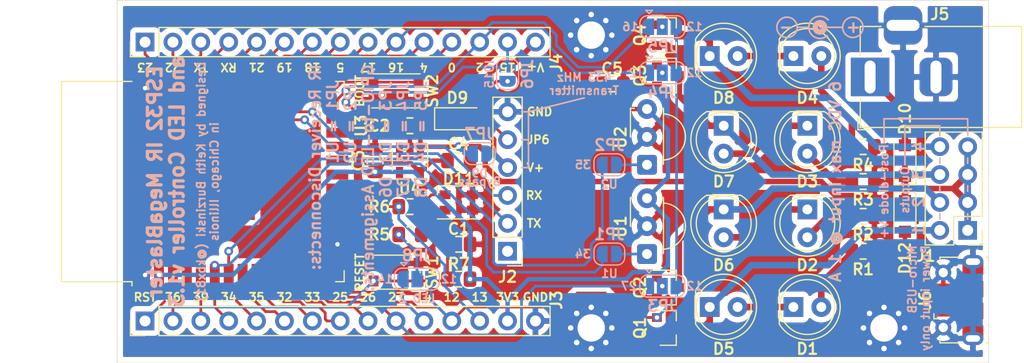
<source format=kicad_pcb>
(kicad_pcb (version 20171130) (host pcbnew "(5.1.9-0-10_14)")
  (layers (0 F.Cu signal) (31 B.Cu signal) (34 B.Paste user) (35 F.Paste user) (36 B.SilkS user) (37 F.SilkS user) (38 B.Mask user) (39 F.Mask user) (44 Edge.Cuts user))
  (net 0 "")
  (net 1 RESET)
  (net 2 GND)
  (net 3 +5V)
  (net 4 +3V3)
  (net 5 "Net-(D1-Pad2)")
  (net 6 "Net-(D1-Pad1)")
  (net 7 "Net-(D2-Pad2)")
  (net 8 "Net-(D2-Pad1)")
  (net 9 "Net-(D3-Pad2)")
  (net 10 "Net-(D3-Pad1)")
  (net 11 "Net-(D4-Pad2)")
  (net 12 "Net-(D4-Pad1)")
  (net 13 FET1)
  (net 14 FET2)
  (net 15 FET3)
  (net 16 FET4)
  (net 17 +BATT)
  (net 18 "Net-(D10-Pad2)")
  (net 19 "Net-(D11-Pad2)")
  (net 20 "Net-(D12-Pad2)")
  (net 21 RXD)
  (net 22 TXD)
  (net 23 GPIO13)
  (net 24 GPIO12)
  (net 25 GPIO14)
  (net 26 GPIO27)
  (net 27 GPIO26)
  (net 28 GPIO25)
  (net 29 GPIO33)
  (net 30 GPIO32)
  (net 31 GPI35)
  (net 32 GPI34)
  (net 33 GPIO39)
  (net 34 GPIO36)
  (net 35 GPIO15)
  (net 36 GPIO2)
  (net 37 GPIO0)
  (net 38 GPIO4)
  (net 39 GPIO16)
  (net 40 GPIO17)
  (net 41 GPIO5)
  (net 42 GPIO18)
  (net 43 GPIO19)
  (net 44 GPIO21)
  (net 45 GPIO22)
  (net 46 GPIO23)
  (net 47 "Net-(JP2-Pad1)")
  (net 48 "Net-(D11-Pad1)")
  (net 49 "Net-(JP1-Pad1)")
  (net 50 "Net-(JP3-Pad2)")
  (net 51 "Net-(JP4-Pad2)")
  (net 52 "Net-(JP5-Pad2)")
  (net 53 "Net-(J2-Pad5)")
  (net 54 "Net-(JP8-Pad2)")
  (module Symbol:Symbol_Barrel_Polarity (layer B.Cu) (at 182.753 66.675)
    (fp_text reference REF** hide)
    (fp_text value Symbol_Barrel_Polarity)
  )
  (module Package_TO_SOT_SMD:SOT-23-5 (layer F.Cu) (at 145.415 78.74 270)
    (fp_text reference U4 (at 2.54 0 180) (layer F.SilkS) (effects (font (thickness 0.2))))
    (fp_text value AP2112K-3.3)
    (pad 5 smd rect (at 1.1 -0.95 270) (size 1.06 0.65) (layers F.Cu F.Paste F.Mask) (net 4 +3V3))
    (pad 4 smd rect (at 1.1 0.95 270) (size 1.06 0.65) (layers F.Cu F.Paste F.Mask))
    (pad 3 smd rect (at -1.1 0.95 270) (size 1.06 0.65) (layers F.Cu F.Paste F.Mask) (net 3 +5V))
    (pad 2 smd rect (at -1.1 0 270) (size 1.06 0.65) (layers F.Cu F.Paste F.Mask) (net 2 GND))
    (pad 1 smd rect (at -1.1 -0.95 270) (size 1.06 0.65) (layers F.Cu F.Paste F.Mask) (net 3 +5V))
  )
  (module Connector_USB:USB_Micro-B_Molex-105017-0001 (layer F.Cu) (at 195.453 91.44 90)
    (fp_text reference J6 (at 0 -3.1125 90) (layer F.SilkS) (effects (font (thickness 0.2))))
    (fp_text value USB_B_Micro)
    (pad 6 smd rect (at -2.9 1.2375 90) (size 1.2 1.9) (layers F.Cu F.Mask) (net 2 GND))
    (pad 6 smd rect (at 2.9 1.2375 90) (size 1.2 1.9) (layers F.Cu F.Mask) (net 2 GND))
    (pad 6 thru_hole oval (at 3.5 1.2375 90) (size 1.2 1.9) (drill oval 0.6 1.3) (layers *.Cu *.Mask) (net 2 GND))
    (pad 6 thru_hole oval (at -3.5 1.2375 270) (size 1.2 1.9) (drill oval 0.6 1.3) (layers *.Cu *.Mask) (net 2 GND))
    (pad 6 smd rect (at -1 1.2375 90) (size 1.5 1.9) (layers F.Cu F.Paste F.Mask) (net 2 GND))
    (pad 6 thru_hole circle (at 2.5 -1.4625 90) (size 1.45 1.45) (drill 0.85) (layers *.Cu *.Mask) (net 2 GND))
    (pad 3 smd rect (at 0 -1.4625 90) (size 0.4 1.35) (layers F.Cu F.Paste F.Mask))
    (pad 4 smd rect (at 0.65 -1.4625 90) (size 0.4 1.35) (layers F.Cu F.Paste F.Mask))
    (pad 5 smd rect (at 1.3 -1.4625 90) (size 0.4 1.35) (layers F.Cu F.Paste F.Mask) (net 2 GND))
    (pad 1 smd rect (at -1.3 -1.4625 90) (size 0.4 1.35) (layers F.Cu F.Paste F.Mask) (net 20 "Net-(D12-Pad2)"))
    (pad 2 smd rect (at -0.65 -1.4625 90) (size 0.4 1.35) (layers F.Cu F.Paste F.Mask))
    (pad 6 thru_hole circle (at -2.5 -1.4625 90) (size 1.45 1.45) (drill 0.85) (layers *.Cu *.Mask) (net 2 GND))
    (pad 6 smd rect (at 1 1.2375 90) (size 1.5 1.9) (layers F.Cu F.Paste F.Mask) (net 2 GND))
  )
  (module Jumper:SolderJumper-3_P1.3mm_Open_RoundedPad1.0x1.5mm (layer B.Cu) (at 146.05 89.535)
    (fp_text reference JP8 (at 0 -2.159) (layer B.SilkS) (effects (font (thickness 0.2)) (justify mirror)))
    (fp_text value SolderJumper_3_Open)
    (fp_text user "LED 2" (at 0 1.778) (layer B.SilkS) (effects (font (size 0.75 0.75) (thickness 0.16)) (justify mirror)))
    (fp_text user 12 (at 2.921 0) (layer B.SilkS) (effects (font (size 0.75 0.75) (thickness 0.16)) (justify mirror)))
    (fp_text user 14 (at -2.921 0) (layer B.SilkS) (effects (font (size 0.75 0.75) (thickness 0.16)) (justify mirror)))
    (pad 2 smd rect (at 0 0) (size 1 1.5) (layers B.Cu B.Mask) (net 54 "Net-(JP8-Pad2)"))
    (pad 3 smd custom (at 1.3 0) (size 1 0.5) (layers B.Cu B.Mask) (net 24 GPIO12) (options (clearance outline) (anchor rect)) (primitives (gr_circle (center 0 -0.25) (end 0.5 -0.25) (width 0)) (gr_circle (center 0 0.25) (end 0.5 0.25) (width 0)) (gr_poly (pts (xy -0.55 0.75) (xy 0 0.75) (xy 0 -0.75) (xy -0.55 -0.75)) (width 0))))
    (pad 1 smd custom (at -1.3 0) (size 1 0.5) (layers B.Cu B.Mask) (net 25 GPIO14) (options (clearance outline) (anchor rect)) (primitives (gr_circle (center 0 -0.25) (end 0.5 -0.25) (width 0)) (gr_circle (center 0 0.25) (end 0.5 0.25) (width 0)) (gr_poly (pts (xy 0.55 0.75) (xy 0 0.75) (xy 0 -0.75) (xy 0.55 -0.75)) (width 0))))
  )
  (module Jumper:SolderJumper-2_P1.3mm_Open_RoundedPad1.0x1.5mm (layer B.Cu) (at 151.765 78.105 180)
    (fp_text reference JP7 (at 0 1.8) (layer B.SilkS) (effects (font (thickness 0.2)) (justify mirror)))
    (fp_text value SolderJumper_2_Open)
    (fp_text user D9 (at 0 -1.778 180) (layer B.SilkS) (effects (font (size 0.75 0.75) (thickness 0.16)) (justify mirror)))
    (fp_text user Bypass (at 0 -2.54 180) (layer B.SilkS) (effects (font (size 0.75 0.75) (thickness 0.16)) (justify mirror)))
    (pad 2 smd custom (at 0.65 0 180) (size 1 0.5) (layers B.Cu B.Mask) (net 3 +5V) (options (clearance outline) (anchor rect)) (primitives (gr_circle (center 0 -0.25) (end 0.5 -0.25) (width 0)) (gr_circle (center 0 0.25) (end 0.5 0.25) (width 0)) (gr_poly (pts (xy 0 0.75) (xy -0.5 0.75) (xy -0.5 -0.75) (xy 0 -0.75)) (width 0))))
    (pad 1 smd custom (at -0.65 0 180) (size 1 0.5) (layers B.Cu B.Mask) (net 17 +BATT) (options (clearance outline) (anchor rect)) (primitives (gr_circle (center 0 -0.25) (end 0.5 -0.25) (width 0)) (gr_circle (center 0 0.25) (end 0.5 0.25) (width 0)) (gr_poly (pts (xy 0 0.75) (xy 0.5 0.75) (xy 0.5 -0.75) (xy 0 -0.75)) (width 0))))
  )
  (module Jumper:SolderJumper-2_P1.3mm_Open_RoundedPad1.0x1.5mm (layer B.Cu) (at 154.305 70.866 90)
    (fp_text reference JP6 (at 0 1.8 90) (layer B.SilkS) (effects (font (thickness 0.2)) (justify mirror)))
    (fp_text value SolderJumper_2_Open)
    (fp_text user IO15 (at 0 -1.651 90) (layer B.SilkS) (effects (font (size 0.75 0.75) (thickness 0.16)) (justify mirror)))
    (pad 2 smd custom (at 0.65 0 90) (size 1 0.5) (layers B.Cu B.Mask) (net 35 GPIO15) (options (clearance outline) (anchor rect)) (primitives (gr_circle (center 0 -0.25) (end 0.5 -0.25) (width 0)) (gr_circle (center 0 0.25) (end 0.5 0.25) (width 0)) (gr_poly (pts (xy 0 0.75) (xy -0.5 0.75) (xy -0.5 -0.75) (xy 0 -0.75)) (width 0))))
    (pad 1 smd custom (at -0.65 0 90) (size 1 0.5) (layers B.Cu B.Mask) (net 53 "Net-(J2-Pad5)") (options (clearance outline) (anchor rect)) (primitives (gr_circle (center 0 -0.25) (end 0.5 -0.25) (width 0)) (gr_circle (center 0 0.25) (end 0.5 0.25) (width 0)) (gr_poly (pts (xy 0 0.75) (xy 0.5 0.75) (xy 0.5 -0.75) (xy 0 -0.75)) (width 0))))
  )
  (module Jumper:SolderJumper-3_P1.3mm_Open_RoundedPad1.0x1.5mm (layer B.Cu) (at 168.402 66.548)
    (fp_text reference JP5 (at 0 1.8) (layer B.SilkS) (effects (font (thickness 0.2)) (justify mirror)))
    (fp_text value SolderJumper_3_Open)
    (fp_text user 12 (at 2.921 0) (layer B.SilkS) (effects (font (size 0.75 0.75) (thickness 0.16)) (justify mirror)))
    (fp_text user 16 (at -2.921 0) (layer B.SilkS) (effects (font (size 0.75 0.75) (thickness 0.16)) (justify mirror)))
    (pad 2 smd rect (at 0 0) (size 1 1.5) (layers B.Cu B.Mask) (net 52 "Net-(JP5-Pad2)"))
    (pad 3 smd custom (at 1.3 0) (size 1 0.5) (layers B.Cu B.Mask) (net 24 GPIO12) (options (clearance outline) (anchor rect)) (primitives (gr_circle (center 0 -0.25) (end 0.5 -0.25) (width 0)) (gr_circle (center 0 0.25) (end 0.5 0.25) (width 0)) (gr_poly (pts (xy -0.55 0.75) (xy 0 0.75) (xy 0 -0.75) (xy -0.55 -0.75)) (width 0))))
    (pad 1 smd custom (at -1.3 0) (size 1 0.5) (layers B.Cu B.Mask) (net 39 GPIO16) (options (clearance outline) (anchor rect)) (primitives (gr_circle (center 0 -0.25) (end 0.5 -0.25) (width 0)) (gr_circle (center 0 0.25) (end 0.5 0.25) (width 0)) (gr_poly (pts (xy 0.55 0.75) (xy 0 0.75) (xy 0 -0.75) (xy 0.55 -0.75)) (width 0))))
  )
  (module Jumper:SolderJumper-3_P1.3mm_Open_RoundedPad1.0x1.5mm (layer B.Cu) (at 168.402 70.739)
    (fp_text reference JP4 (at 0 1.8) (layer B.SilkS) (effects (font (thickness 0.2)) (justify mirror)))
    (fp_text value SolderJumper_3_Open)
    (fp_text user 12 (at 2.921 0) (layer B.SilkS) (effects (font (size 0.75 0.75) (thickness 0.16)) (justify mirror)))
    (fp_text user 2 (at -2.667 0) (layer B.SilkS) (effects (font (size 0.75 0.75) (thickness 0.16)) (justify mirror)))
    (pad 2 smd rect (at 0 0) (size 1 1.5) (layers B.Cu B.Mask) (net 51 "Net-(JP4-Pad2)"))
    (pad 3 smd custom (at 1.3 0) (size 1 0.5) (layers B.Cu B.Mask) (net 24 GPIO12) (options (clearance outline) (anchor rect)) (primitives (gr_circle (center 0 -0.25) (end 0.5 -0.25) (width 0)) (gr_circle (center 0 0.25) (end 0.5 0.25) (width 0)) (gr_poly (pts (xy -0.55 0.75) (xy 0 0.75) (xy 0 -0.75) (xy -0.55 -0.75)) (width 0))))
    (pad 1 smd custom (at -1.3 0) (size 1 0.5) (layers B.Cu B.Mask) (net 36 GPIO2) (options (clearance outline) (anchor rect)) (primitives (gr_circle (center 0 -0.25) (end 0.5 -0.25) (width 0)) (gr_circle (center 0 0.25) (end 0.5 0.25) (width 0)) (gr_poly (pts (xy 0.55 0.75) (xy 0 0.75) (xy 0 -0.75) (xy 0.55 -0.75)) (width 0))))
  )
  (module Jumper:SolderJumper-3_P1.3mm_Open_RoundedPad1.0x1.5mm (layer B.Cu) (at 168.402 90.17)
    (fp_text reference JP3 (at 0 1.8) (layer B.SilkS) (effects (font (thickness 0.2)) (justify mirror)))
    (fp_text value SolderJumper_3_Open)
    (fp_text user 12 (at 2.921 0) (layer B.SilkS) (effects (font (size 0.75 0.75) (thickness 0.16)) (justify mirror)))
    (fp_text user 27 (at -3.048 0) (layer B.SilkS) (effects (font (size 0.75 0.75) (thickness 0.16)) (justify mirror)))
    (pad 2 smd rect (at 0 0) (size 1 1.5) (layers B.Cu B.Mask) (net 50 "Net-(JP3-Pad2)"))
    (pad 3 smd custom (at 1.3 0) (size 1 0.5) (layers B.Cu B.Mask) (net 24 GPIO12) (options (clearance outline) (anchor rect)) (primitives (gr_circle (center 0 -0.25) (end 0.5 -0.25) (width 0)) (gr_circle (center 0 0.25) (end 0.5 0.25) (width 0)) (gr_poly (pts (xy -0.55 0.75) (xy 0 0.75) (xy 0 -0.75) (xy -0.55 -0.75)) (width 0))))
    (pad 1 smd custom (at -1.3 0) (size 1 0.5) (layers B.Cu B.Mask) (net 26 GPIO27) (options (clearance outline) (anchor rect)) (primitives (gr_circle (center 0 -0.25) (end 0.5 -0.25) (width 0)) (gr_circle (center 0 0.25) (end 0.5 0.25) (width 0)) (gr_poly (pts (xy 0.55 0.75) (xy 0 0.75) (xy 0 -0.75) (xy 0.55 -0.75)) (width 0))))
  )
  (module Jumper:SolderJumper-2_P1.3mm_Open_RoundedPad1.0x1.5mm (layer B.Cu) (at 163.576 79.121 180)
    (fp_text reference JP2 (at 0 1.8) (layer B.SilkS) (effects (font (thickness 0.2)) (justify mirror)))
    (fp_text value SolderJumper_2_Open)
    (fp_text user U2 (at 0 -1.778 180) (layer B.SilkS) (effects (font (size 0.75 0.75) (thickness 0.16)) (justify mirror)))
    (fp_text user 35 (at 2.413 0 180) (layer B.SilkS) (effects (font (size 0.75 0.75) (thickness 0.16)) (justify mirror)))
    (pad 2 smd custom (at 0.65 0 180) (size 1 0.5) (layers B.Cu B.Mask) (net 31 GPI35) (options (clearance outline) (anchor rect)) (primitives (gr_circle (center 0 -0.25) (end 0.5 -0.25) (width 0)) (gr_circle (center 0 0.25) (end 0.5 0.25) (width 0)) (gr_poly (pts (xy 0 0.75) (xy -0.5 0.75) (xy -0.5 -0.75) (xy 0 -0.75)) (width 0))))
    (pad 1 smd custom (at -0.65 0 180) (size 1 0.5) (layers B.Cu B.Mask) (net 47 "Net-(JP2-Pad1)") (options (clearance outline) (anchor rect)) (primitives (gr_circle (center 0 -0.25) (end 0.5 -0.25) (width 0)) (gr_circle (center 0 0.25) (end 0.5 0.25) (width 0)) (gr_poly (pts (xy 0 0.75) (xy 0.5 0.75) (xy 0.5 -0.75) (xy 0 -0.75)) (width 0))))
  )
  (module Jumper:SolderJumper-2_P1.3mm_Open_RoundedPad1.0x1.5mm (layer B.Cu) (at 163.576 87.249 180)
    (fp_text reference JP1 (at 0 1.8) (layer B.SilkS) (effects (font (thickness 0.2)) (justify mirror)))
    (fp_text value SolderJumper_2_Open)
    (fp_text user U1 (at 0 -1.778 180) (layer B.SilkS) (effects (font (size 0.75 0.75) (thickness 0.16)) (justify mirror)))
    (fp_text user 34 (at 2.413 0 180) (layer B.SilkS) (effects (font (size 0.75 0.75) (thickness 0.16)) (justify mirror)))
    (pad 2 smd custom (at 0.65 0 180) (size 1 0.5) (layers B.Cu B.Mask) (net 32 GPI34) (options (clearance outline) (anchor rect)) (primitives (gr_circle (center 0 -0.25) (end 0.5 -0.25) (width 0)) (gr_circle (center 0 0.25) (end 0.5 0.25) (width 0)) (gr_poly (pts (xy 0 0.75) (xy -0.5 0.75) (xy -0.5 -0.75) (xy 0 -0.75)) (width 0))))
    (pad 1 smd custom (at -0.65 0 180) (size 1 0.5) (layers B.Cu B.Mask) (net 49 "Net-(JP1-Pad1)") (options (clearance outline) (anchor rect)) (primitives (gr_circle (center 0 -0.25) (end 0.5 -0.25) (width 0)) (gr_circle (center 0 0.25) (end 0.5 0.25) (width 0)) (gr_poly (pts (xy 0 0.75) (xy 0.5 0.75) (xy 0.5 -0.75) (xy 0 -0.75)) (width 0))))
  )
  (module RF_Module:ESP32-WROOM-32 (layer F.Cu) (at 129.54 80.645 90)
    (fp_text reference U3 (at 5.08 11.43 270) (layer F.SilkS) (effects (font (thickness 0.2))))
    (fp_text value ESP32-WROOM-32D)
    (pad 38 smd rect (at 8.5 -8.255 90) (size 2 0.9) (layers F.Cu F.Paste F.Mask) (net 2 GND))
    (pad 37 smd rect (at 8.5 -6.985 90) (size 2 0.9) (layers F.Cu F.Paste F.Mask) (net 46 GPIO23))
    (pad 36 smd rect (at 8.5 -5.715 90) (size 2 0.9) (layers F.Cu F.Paste F.Mask) (net 45 GPIO22))
    (pad 35 smd rect (at 8.5 -4.445 90) (size 2 0.9) (layers F.Cu F.Paste F.Mask) (net 22 TXD))
    (pad 34 smd rect (at 8.5 -3.175 90) (size 2 0.9) (layers F.Cu F.Paste F.Mask) (net 21 RXD))
    (pad 33 smd rect (at 8.5 -1.905 90) (size 2 0.9) (layers F.Cu F.Paste F.Mask) (net 44 GPIO21))
    (pad 32 smd rect (at 8.5 -0.635 90) (size 2 0.9) (layers F.Cu F.Paste F.Mask))
    (pad 31 smd rect (at 8.5 0.635 90) (size 2 0.9) (layers F.Cu F.Paste F.Mask) (net 43 GPIO19))
    (pad 30 smd rect (at 8.5 1.905 90) (size 2 0.9) (layers F.Cu F.Paste F.Mask) (net 42 GPIO18))
    (pad 29 smd rect (at 8.5 3.175 90) (size 2 0.9) (layers F.Cu F.Paste F.Mask) (net 41 GPIO5))
    (pad 28 smd rect (at 8.5 4.445 90) (size 2 0.9) (layers F.Cu F.Paste F.Mask) (net 40 GPIO17))
    (pad 27 smd rect (at 8.5 5.715 90) (size 2 0.9) (layers F.Cu F.Paste F.Mask) (net 39 GPIO16))
    (pad 26 smd rect (at 8.5 6.985 90) (size 2 0.9) (layers F.Cu F.Paste F.Mask) (net 38 GPIO4))
    (pad 25 smd rect (at 8.5 8.255 90) (size 2 0.9) (layers F.Cu F.Paste F.Mask) (net 37 GPIO0))
    (pad 24 smd rect (at 5.715 9.255 180) (size 2 0.9) (layers F.Cu F.Paste F.Mask) (net 36 GPIO2))
    (pad 23 smd rect (at 4.445 9.255 180) (size 2 0.9) (layers F.Cu F.Paste F.Mask) (net 35 GPIO15))
    (pad 22 smd rect (at 3.175 9.255 180) (size 2 0.9) (layers F.Cu F.Paste F.Mask))
    (pad 21 smd rect (at 1.905 9.255 180) (size 2 0.9) (layers F.Cu F.Paste F.Mask))
    (pad 20 smd rect (at 0.635 9.255 180) (size 2 0.9) (layers F.Cu F.Paste F.Mask))
    (pad 19 smd rect (at -0.635 9.255 180) (size 2 0.9) (layers F.Cu F.Paste F.Mask))
    (pad 18 smd rect (at -1.905 9.255 180) (size 2 0.9) (layers F.Cu F.Paste F.Mask))
    (pad 17 smd rect (at -3.175 9.255 180) (size 2 0.9) (layers F.Cu F.Paste F.Mask))
    (pad 16 smd rect (at -4.445 9.255 180) (size 2 0.9) (layers F.Cu F.Paste F.Mask) (net 23 GPIO13))
    (pad 15 smd rect (at -5.715 9.255 180) (size 2 0.9) (layers F.Cu F.Paste F.Mask) (net 2 GND))
    (pad 14 smd rect (at -8.5 8.255 90) (size 2 0.9) (layers F.Cu F.Paste F.Mask) (net 24 GPIO12))
    (pad 13 smd rect (at -8.5 6.985 90) (size 2 0.9) (layers F.Cu F.Paste F.Mask) (net 25 GPIO14))
    (pad 12 smd rect (at -8.5 5.715 90) (size 2 0.9) (layers F.Cu F.Paste F.Mask) (net 26 GPIO27))
    (pad 11 smd rect (at -8.5 4.445 90) (size 2 0.9) (layers F.Cu F.Paste F.Mask) (net 27 GPIO26))
    (pad 10 smd rect (at -8.5 3.175 90) (size 2 0.9) (layers F.Cu F.Paste F.Mask) (net 28 GPIO25))
    (pad 9 smd rect (at -8.5 1.905 90) (size 2 0.9) (layers F.Cu F.Paste F.Mask) (net 29 GPIO33))
    (pad 8 smd rect (at -8.5 0.635 90) (size 2 0.9) (layers F.Cu F.Paste F.Mask) (net 30 GPIO32))
    (pad 7 smd rect (at -8.5 -0.635 90) (size 2 0.9) (layers F.Cu F.Paste F.Mask) (net 31 GPI35))
    (pad 6 smd rect (at -8.5 -1.905 90) (size 2 0.9) (layers F.Cu F.Paste F.Mask) (net 32 GPI34))
    (pad 5 smd rect (at -8.5 -3.175 90) (size 2 0.9) (layers F.Cu F.Paste F.Mask) (net 33 GPIO39))
    (pad 4 smd rect (at -8.5 -4.445 90) (size 2 0.9) (layers F.Cu F.Paste F.Mask) (net 34 GPIO36))
    (pad 3 smd rect (at -8.5 -5.715 90) (size 2 0.9) (layers F.Cu F.Paste F.Mask) (net 1 RESET))
    (pad 2 smd rect (at -8.5 -6.985 90) (size 2 0.9) (layers F.Cu F.Paste F.Mask) (net 4 +3V3))
    (pad 1 smd rect (at -8.5 -8.255 90) (size 2 0.9) (layers F.Cu F.Paste F.Mask) (net 2 GND))
    (pad 39 smd rect (at -1 -0.755 90) (size 5 5) (layers F.Cu F.Paste F.Mask) (net 2 GND))
  )
  (module OptoDevice:Vishay_MINICAST-3Pin (layer F.Cu) (at 167.005 79.121 90)
    (fp_text reference U2 (at 2.5 -2.4 270) (layer F.SilkS) (effects (font (thickness 0.2))))
    (fp_text value TSOP382xx)
    (pad 3 thru_hole circle (at 5.08 0 90) (size 1.8 1.8) (drill 0.9) (layers *.Cu *.Mask) (net 4 +3V3))
    (pad 2 thru_hole circle (at 2.54 0 90) (size 1.8 1.8) (drill 0.9) (layers *.Cu *.Mask) (net 2 GND))
    (pad 1 thru_hole roundrect (at 0 0 90) (size 1.8 1.8) (drill 0.9) (layers *.Cu *.Mask) (roundrect_rratio 0.139) (net 47 "Net-(JP2-Pad1)"))
  )
  (module OptoDevice:Vishay_MINICAST-3Pin (layer F.Cu) (at 167.005 87.249 90)
    (fp_text reference U1 (at 2.5 -2.4 270) (layer F.SilkS) (effects (font (thickness 0.2))))
    (fp_text value TSOP382xx)
    (pad 3 thru_hole circle (at 5.08 0 90) (size 1.8 1.8) (drill 0.9) (layers *.Cu *.Mask) (net 4 +3V3))
    (pad 2 thru_hole circle (at 2.54 0 90) (size 1.8 1.8) (drill 0.9) (layers *.Cu *.Mask) (net 2 GND))
    (pad 1 thru_hole roundrect (at 0 0 90) (size 1.8 1.8) (drill 0.9) (layers *.Cu *.Mask) (roundrect_rratio 0.139) (net 49 "Net-(JP1-Pad1)"))
  )
  (module Package_TO_SOT_SMD:SOT-23 (layer F.Cu) (at 168.91 70.993)
    (fp_text reference Q3 (at -2.54 0 90) (layer F.SilkS) (effects (font (thickness 0.2))))
    (fp_text value 2N7002)
    (pad 3 smd rect (at 1 0) (size 0.9 0.8) (layers F.Cu F.Paste F.Mask) (net 15 FET3))
    (pad 2 smd rect (at -1 0.95) (size 0.9 0.8) (layers F.Cu F.Paste F.Mask) (net 2 GND))
    (pad 1 smd rect (at -1 -0.95) (size 0.9 0.8) (layers F.Cu F.Paste F.Mask) (net 51 "Net-(JP4-Pad2)"))
  )
  (module LED_SMD:LED_Cree-PLCC4_3.2x2.8mm_CCW (layer F.Cu) (at 149.86 82.55)
    (fp_text reference D11 (at 0 -2.159) (layer F.SilkS) (effects (font (thickness 0.2))))
    (fp_text value LED_Dual_AACC)
    (pad 2 smd rect (at -1.25 0.7) (size 1 0.8) (layers F.Cu F.Paste F.Mask) (net 19 "Net-(D11-Pad2)"))
    (pad 3 smd rect (at 1.25 0.7) (size 1 0.8) (layers F.Cu F.Paste F.Mask) (net 2 GND))
    (pad 4 smd rect (at 1.25 -0.7) (size 1 0.8) (layers F.Cu F.Paste F.Mask) (net 2 GND))
    (pad 1 smd rect (at -1.25 -0.7) (size 1 0.8) (layers F.Cu F.Paste F.Mask) (net 48 "Net-(D11-Pad1)"))
  )
  (module Package_TO_SOT_SMD:SOT-23 (layer F.Cu) (at 168.91 90.297)
    (fp_text reference Q2 (at -2.54 0 90) (layer F.SilkS) (effects (font (thickness 0.2))))
    (fp_text value 2N7002)
    (pad 3 smd rect (at 1 0) (size 0.9 0.8) (layers F.Cu F.Paste F.Mask) (net 14 FET2))
    (pad 2 smd rect (at -1 0.95) (size 0.9 0.8) (layers F.Cu F.Paste F.Mask) (net 2 GND))
    (pad 1 smd rect (at -1 -0.95) (size 0.9 0.8) (layers F.Cu F.Paste F.Mask) (net 50 "Net-(JP3-Pad2)"))
  )
  (module Package_TO_SOT_SMD:SOT-23 (layer F.Cu) (at 168.91 67.31)
    (fp_text reference Q4 (at -2.54 0 90) (layer F.SilkS) (effects (font (thickness 0.2))))
    (fp_text value 2N7002)
    (pad 3 smd rect (at 1 0) (size 0.9 0.8) (layers F.Cu F.Paste F.Mask) (net 16 FET4))
    (pad 2 smd rect (at -1 0.95) (size 0.9 0.8) (layers F.Cu F.Paste F.Mask) (net 2 GND))
    (pad 1 smd rect (at -1 -0.95) (size 0.9 0.8) (layers F.Cu F.Paste F.Mask) (net 52 "Net-(JP5-Pad2)"))
  )
  (module LED_THT:LED_D5.0mm (layer F.Cu) (at 172.72 69.215)
    (fp_text reference D8 (at 1.27 3.81) (layer F.SilkS) (effects (font (thickness 0.2))))
    (fp_text value LED)
    (pad 2 thru_hole circle (at 2.54 0) (size 1.8 1.8) (drill 0.9) (layers *.Cu *.Mask) (net 12 "Net-(D4-Pad1)"))
    (pad 1 thru_hole rect (at 0 0) (size 1.8 1.8) (drill 0.9) (layers *.Cu *.Mask) (net 16 FET4))
  )
  (module LED_THT:LED_D5.0mm (layer F.Cu) (at 173.99 75.565 270)
    (fp_text reference D7 (at 5.08 0 180) (layer F.SilkS) (effects (font (thickness 0.2))))
    (fp_text value LED)
    (pad 2 thru_hole circle (at 2.54 0 270) (size 1.8 1.8) (drill 0.9) (layers *.Cu *.Mask) (net 10 "Net-(D3-Pad1)"))
    (pad 1 thru_hole rect (at 0 0 270) (size 1.8 1.8) (drill 0.9) (layers *.Cu *.Mask) (net 15 FET3))
  )
  (module LED_THT:LED_D5.0mm (layer F.Cu) (at 180.34 69.215)
    (fp_text reference D4 (at 1.27 3.81) (layer F.SilkS) (effects (font (thickness 0.2))))
    (fp_text value LED)
    (pad 2 thru_hole circle (at 2.54 0) (size 1.8 1.8) (drill 0.9) (layers *.Cu *.Mask) (net 11 "Net-(D4-Pad2)"))
    (pad 1 thru_hole rect (at 0 0) (size 1.8 1.8) (drill 0.9) (layers *.Cu *.Mask) (net 12 "Net-(D4-Pad1)"))
  )
  (module LED_THT:LED_D5.0mm (layer F.Cu) (at 181.61 75.565 270)
    (fp_text reference D3 (at 5.08 0 180) (layer F.SilkS) (effects (font (thickness 0.2))))
    (fp_text value LED)
    (pad 2 thru_hole circle (at 2.54 0 270) (size 1.8 1.8) (drill 0.9) (layers *.Cu *.Mask) (net 9 "Net-(D3-Pad2)"))
    (pad 1 thru_hole rect (at 0 0 270) (size 1.8 1.8) (drill 0.9) (layers *.Cu *.Mask) (net 10 "Net-(D3-Pad1)"))
  )
  (module Button_Switch_SMD:SW_Push_1P1T_NO_CK_KMR2 (layer F.Cu) (at 144.145 72.39)
    (fp_text reference SW2 (at 3.302 0 90) (layer F.SilkS) (effects (font (thickness 0.2))))
    (fp_text value BOOT (at -3.302 0 90) (layer F.SilkS) (effects (font (size 0.75 0.75) (thickness 0.16))))
    (pad 2 smd rect (at 2.05 0.8) (size 0.9 1) (layers F.Cu F.Paste F.Mask) (net 2 GND))
    (pad 1 smd rect (at 2.05 -0.8) (size 0.9 1) (layers F.Cu F.Paste F.Mask) (net 37 GPIO0))
    (pad 2 smd rect (at -2.05 0.8) (size 0.9 1) (layers F.Cu F.Paste F.Mask) (net 2 GND))
    (pad 1 smd rect (at -2.05 -0.8) (size 0.9 1) (layers F.Cu F.Paste F.Mask) (net 37 GPIO0))
  )
  (module Button_Switch_SMD:SW_Push_1P1T_NO_CK_KMR2 (layer F.Cu) (at 144.145 88.9 180)
    (fp_text reference SW1 (at -3.302 0 90) (layer F.SilkS) (effects (font (thickness 0.2))))
    (fp_text value RESET (at 3.302 0 270) (layer F.SilkS) (effects (font (size 0.75 0.75) (thickness 0.16))))
    (pad 1 smd rect (at -2.05 -0.8 180) (size 0.9 1) (layers F.Cu F.Paste F.Mask) (net 1 RESET))
    (pad 2 smd rect (at -2.05 0.8 180) (size 0.9 1) (layers F.Cu F.Paste F.Mask) (net 2 GND))
    (pad 1 smd rect (at 2.05 -0.8 180) (size 0.9 1) (layers F.Cu F.Paste F.Mask) (net 1 RESET))
    (pad 2 smd rect (at 2.05 0.8 180) (size 0.9 1) (layers F.Cu F.Paste F.Mask) (net 2 GND))
  )
  (module Package_TO_SOT_SMD:SOT-23 (layer F.Cu) (at 168.91 93.98)
    (fp_text reference Q1 (at -2.54 0 90) (layer F.SilkS) (effects (font (thickness 0.2))))
    (fp_text value 2N7002)
    (pad 3 smd rect (at 1 0) (size 0.9 0.8) (layers F.Cu F.Paste F.Mask) (net 13 FET1))
    (pad 2 smd rect (at -1 0.95) (size 0.9 0.8) (layers F.Cu F.Paste F.Mask) (net 2 GND))
    (pad 1 smd rect (at -1 -0.95) (size 0.9 0.8) (layers F.Cu F.Paste F.Mask) (net 24 GPIO12))
  )
  (module Connector_PinHeader_2.54mm:PinHeader_1x15_P2.54mm_Vertical (layer F.Cu) (at 121.285 67.945 90)
    (fp_text reference J4 (at -1.905 37.465 90) (layer F.SilkS) (effects (font (thickness 0.2))))
    (fp_text value Conn_01x15)
    (fp_text user V+ (at -2.286 35.56 180 unlocked) (layer F.SilkS) (effects (font (size 0.75 0.75) (thickness 0.16))))
    (fp_text user 15 (at -2.286 33.02 180 unlocked) (layer F.SilkS) (effects (font (size 0.75 0.75) (thickness 0.16))))
    (fp_text user 2 (at -2.286 30.48 180 unlocked) (layer F.SilkS) (effects (font (size 0.75 0.75) (thickness 0.16))))
    (fp_text user 0 (at -2.286 27.94 180 unlocked) (layer F.SilkS) (effects (font (size 0.75 0.75) (thickness 0.16))))
    (fp_text user 4 (at -2.286 25.4 180 unlocked) (layer F.SilkS) (effects (font (size 0.75 0.75) (thickness 0.16))))
    (fp_text user 16 (at -2.286 22.86 180 unlocked) (layer F.SilkS) (effects (font (size 0.75 0.75) (thickness 0.16))))
    (fp_text user 17 (at -2.286 20.32 180 unlocked) (layer F.SilkS) (effects (font (size 0.75 0.75) (thickness 0.16))))
    (fp_text user 5 (at -2.286 17.78 180 unlocked) (layer F.SilkS) (effects (font (size 0.75 0.75) (thickness 0.16))))
    (fp_text user 18 (at -2.286 15.24 180 unlocked) (layer F.SilkS) (effects (font (size 0.75 0.75) (thickness 0.16))))
    (fp_text user 19 (at -2.286 12.7 180 unlocked) (layer F.SilkS) (effects (font (size 0.75 0.75) (thickness 0.16))))
    (fp_text user 21 (at -2.286 10.16 180 unlocked) (layer F.SilkS) (effects (font (size 0.75 0.75) (thickness 0.16))))
    (fp_text user RX (at -2.286 7.62 180 unlocked) (layer F.SilkS) (effects (font (size 0.75 0.75) (thickness 0.16))))
    (fp_text user TX (at -2.286 5.08 180 unlocked) (layer F.SilkS) (effects (font (size 0.75 0.75) (thickness 0.16))))
    (fp_text user 22 (at -2.286 2.54 180 unlocked) (layer F.SilkS) (effects (font (size 0.75 0.75) (thickness 0.16))))
    (fp_text user 23 (at -2.286 0 180 unlocked) (layer F.SilkS) (effects (font (size 0.75 0.75) (thickness 0.16))))
    (pad 15 thru_hole oval (at 0 35.56 90) (size 1.7 1.7) (drill 1) (layers *.Cu *.Mask) (net 17 +BATT))
    (pad 14 thru_hole oval (at 0 33.02 90) (size 1.7 1.7) (drill 1) (layers *.Cu *.Mask) (net 35 GPIO15))
    (pad 13 thru_hole oval (at 0 30.48 90) (size 1.7 1.7) (drill 1) (layers *.Cu *.Mask) (net 36 GPIO2))
    (pad 12 thru_hole oval (at 0 27.94 90) (size 1.7 1.7) (drill 1) (layers *.Cu *.Mask) (net 37 GPIO0))
    (pad 11 thru_hole oval (at 0 25.4 90) (size 1.7 1.7) (drill 1) (layers *.Cu *.Mask) (net 38 GPIO4))
    (pad 10 thru_hole oval (at 0 22.86 90) (size 1.7 1.7) (drill 1) (layers *.Cu *.Mask) (net 39 GPIO16))
    (pad 9 thru_hole oval (at 0 20.32 90) (size 1.7 1.7) (drill 1) (layers *.Cu *.Mask) (net 40 GPIO17))
    (pad 8 thru_hole oval (at 0 17.78 90) (size 1.7 1.7) (drill 1) (layers *.Cu *.Mask) (net 41 GPIO5))
    (pad 7 thru_hole oval (at 0 15.24 90) (size 1.7 1.7) (drill 1) (layers *.Cu *.Mask) (net 42 GPIO18))
    (pad 6 thru_hole oval (at 0 12.7 90) (size 1.7 1.7) (drill 1) (layers *.Cu *.Mask) (net 43 GPIO19))
    (pad 5 thru_hole oval (at 0 10.16 90) (size 1.7 1.7) (drill 1) (layers *.Cu *.Mask) (net 44 GPIO21))
    (pad 4 thru_hole oval (at 0 7.62 90) (size 1.7 1.7) (drill 1) (layers *.Cu *.Mask) (net 21 RXD))
    (pad 3 thru_hole oval (at 0 5.08 90) (size 1.7 1.7) (drill 1) (layers *.Cu *.Mask) (net 22 TXD))
    (pad 2 thru_hole oval (at 0 2.54 90) (size 1.7 1.7) (drill 1) (layers *.Cu *.Mask) (net 45 GPIO22))
    (pad 1 thru_hole rect (at 0 0 90) (size 1.7 1.7) (drill 1) (layers *.Cu *.Mask) (net 46 GPIO23))
  )
  (module Connector_PinHeader_2.54mm:PinHeader_1x15_P2.54mm_Vertical (layer F.Cu) (at 121.285 93.345 90)
    (fp_text reference J3 (at 1.905 37.465 90) (layer F.SilkS) (effects (font (thickness 0.2))))
    (fp_text value Conn_01x15)
    (fp_text user RST (at 2.159 0 180) (layer F.SilkS) (effects (font (size 0.75 0.75) (thickness 0.16))))
    (fp_text user 36 (at 2.159 2.54 180) (layer F.SilkS) (effects (font (size 0.75 0.75) (thickness 0.16))))
    (fp_text user 39 (at 2.159 5.08 180) (layer F.SilkS) (effects (font (size 0.75 0.75) (thickness 0.16))))
    (fp_text user 34 (at 2.159 7.62 180) (layer F.SilkS) (effects (font (size 0.75 0.75) (thickness 0.16))))
    (fp_text user 35 (at 2.159 10.16 180) (layer F.SilkS) (effects (font (size 0.75 0.75) (thickness 0.16))))
    (fp_text user 32 (at 2.159 12.7 180) (layer F.SilkS) (effects (font (size 0.75 0.75) (thickness 0.16))))
    (fp_text user 33 (at 2.159 15.24 180) (layer F.SilkS) (effects (font (size 0.75 0.75) (thickness 0.16))))
    (fp_text user 25 (at 2.159 17.78 180) (layer F.SilkS) (effects (font (size 0.75 0.75) (thickness 0.16))))
    (fp_text user 26 (at 2.159 20.32 180) (layer F.SilkS) (effects (font (size 0.75 0.75) (thickness 0.16))))
    (fp_text user 27 (at 2.159 22.86 180) (layer F.SilkS) (effects (font (size 0.75 0.75) (thickness 0.16))))
    (fp_text user 14 (at 2.159 25.4 180) (layer F.SilkS) (effects (font (size 0.75 0.75) (thickness 0.16))))
    (fp_text user 12 (at 2.159 27.94 180) (layer F.SilkS) (effects (font (size 0.75 0.75) (thickness 0.16))))
    (fp_text user 13 (at 2.159 30.48 180) (layer F.SilkS) (effects (font (size 0.75 0.75) (thickness 0.16))))
    (fp_text user 3V3 (at 2.159 33.02) (layer F.SilkS) (effects (font (size 0.75 0.75) (thickness 0.16))))
    (fp_text user GND (at 2.159 35.56 180) (layer F.SilkS) (effects (font (size 0.75 0.75) (thickness 0.16))))
    (pad 15 thru_hole oval (at 0 35.56 90) (size 1.7 1.7) (drill 1) (layers *.Cu *.Mask) (net 2 GND))
    (pad 14 thru_hole oval (at 0 33.02 90) (size 1.7 1.7) (drill 1) (layers *.Cu *.Mask) (net 4 +3V3))
    (pad 13 thru_hole oval (at 0 30.48 90) (size 1.7 1.7) (drill 1) (layers *.Cu *.Mask) (net 23 GPIO13))
    (pad 12 thru_hole oval (at 0 27.94 90) (size 1.7 1.7) (drill 1) (layers *.Cu *.Mask) (net 24 GPIO12))
    (pad 11 thru_hole oval (at 0 25.4 90) (size 1.7 1.7) (drill 1) (layers *.Cu *.Mask) (net 25 GPIO14))
    (pad 10 thru_hole oval (at 0 22.86 90) (size 1.7 1.7) (drill 1) (layers *.Cu *.Mask) (net 26 GPIO27))
    (pad 9 thru_hole oval (at 0 20.32 90) (size 1.7 1.7) (drill 1) (layers *.Cu *.Mask) (net 27 GPIO26))
    (pad 8 thru_hole oval (at 0 17.78 90) (size 1.7 1.7) (drill 1) (layers *.Cu *.Mask) (net 28 GPIO25))
    (pad 7 thru_hole oval (at 0 15.24 90) (size 1.7 1.7) (drill 1) (layers *.Cu *.Mask) (net 29 GPIO33))
    (pad 6 thru_hole oval (at 0 12.7 90) (size 1.7 1.7) (drill 1) (layers *.Cu *.Mask) (net 30 GPIO32))
    (pad 5 thru_hole oval (at 0 10.16 90) (size 1.7 1.7) (drill 1) (layers *.Cu *.Mask) (net 31 GPI35))
    (pad 4 thru_hole oval (at 0 7.62 90) (size 1.7 1.7) (drill 1) (layers *.Cu *.Mask) (net 32 GPI34))
    (pad 3 thru_hole oval (at 0 5.08 90) (size 1.7 1.7) (drill 1) (layers *.Cu *.Mask) (net 33 GPIO39))
    (pad 2 thru_hole oval (at 0 2.54 90) (size 1.7 1.7) (drill 1) (layers *.Cu *.Mask) (net 34 GPIO36))
    (pad 1 thru_hole rect (at 0 0 90) (size 1.7 1.7) (drill 1) (layers *.Cu *.Mask) (net 1 RESET))
  )
  (module Connector_PinHeader_2.54mm:PinHeader_1x06_P2.54mm_Vertical (layer F.Cu) (at 154.305 86.995 180)
    (fp_text reference J2 (at 0 -2.33) (layer F.SilkS) (effects (font (thickness 0.2))))
    (fp_text value Conn_01x06)
    (fp_text user GND (at -2.921 12.7 180) (layer F.SilkS) (effects (font (size 0.75 0.75) (thickness 0.16))))
    (fp_text user JP6 (at -2.794 10.16 180) (layer F.SilkS) (effects (font (size 0.75 0.75) (thickness 0.16))))
    (fp_text user V+ (at -2.54 7.62 180) (layer F.SilkS) (effects (font (size 0.75 0.75) (thickness 0.16))))
    (fp_text user RX (at -2.413 5.08 180) (layer F.SilkS) (effects (font (size 0.75 0.75) (thickness 0.16))))
    (fp_text user TX (at -2.413 2.54 180) (layer F.SilkS) (effects (font (size 0.75 0.75) (thickness 0.16))))
    (pad 6 thru_hole oval (at 0 12.7 180) (size 1.7 1.7) (drill 1) (layers *.Cu *.Mask) (net 2 GND))
    (pad 5 thru_hole oval (at 0 10.16 180) (size 1.7 1.7) (drill 1) (layers *.Cu *.Mask) (net 53 "Net-(J2-Pad5)"))
    (pad 4 thru_hole oval (at 0 7.62 180) (size 1.7 1.7) (drill 1) (layers *.Cu *.Mask) (net 17 +BATT))
    (pad 3 thru_hole oval (at 0 5.08 180) (size 1.7 1.7) (drill 1) (layers *.Cu *.Mask) (net 21 RXD))
    (pad 2 thru_hole oval (at 0 2.54 180) (size 1.7 1.7) (drill 1) (layers *.Cu *.Mask) (net 22 TXD))
    (pad 1 thru_hole rect (at 0 0 180) (size 1.7 1.7) (drill 1) (layers *.Cu *.Mask))
  )
  (module Connector_PinHeader_2.54mm:PinHeader_2x04_P2.54mm_Vertical (layer F.Cu) (at 196.215 85.09 180)
    (fp_text reference J1 (at 3.81 -2.33) (layer F.SilkS) (effects (font (thickness 0.2))))
    (fp_text value Conn_02x04_Odd_Even)
    (fp_text user Outputs (at 5.715 3.683 270) (layer B.SilkS) (effects (font (size 0.75 0.75) (thickness 0.16)) (justify mirror)))
    (fp_text user "Post-diode V+" (at 7.62 3.556 270) (layer B.SilkS) (effects (font (size 0.75 0.75) (thickness 0.16)) (justify mirror)))
    (fp_text user 1 (at 4.445 0 270) (layer B.SilkS) (effects (font (thickness 0.2)) (justify mirror)))
    (fp_text user 2 (at 4.445 2.54 270) (layer B.SilkS) (effects (font (thickness 0.2)) (justify mirror)))
    (fp_text user 3 (at 4.445 5.08 270) (layer B.SilkS) (effects (font (thickness 0.2)) (justify mirror)))
    (fp_text user 4 (at 4.445 7.62 270) (layer B.SilkS) (effects (font (thickness 0.2)) (justify mirror)))
    (pad 8 thru_hole oval (at 2.54 7.62 180) (size 1.7 1.7) (drill 1) (layers *.Cu *.Mask) (net 16 FET4))
    (pad 7 thru_hole oval (at 0 7.62 180) (size 1.7 1.7) (drill 1) (layers *.Cu *.Mask) (net 3 +5V))
    (pad 6 thru_hole oval (at 2.54 5.08 180) (size 1.7 1.7) (drill 1) (layers *.Cu *.Mask) (net 15 FET3))
    (pad 5 thru_hole oval (at 0 5.08 180) (size 1.7 1.7) (drill 1) (layers *.Cu *.Mask) (net 3 +5V))
    (pad 4 thru_hole oval (at 2.54 2.54 180) (size 1.7 1.7) (drill 1) (layers *.Cu *.Mask) (net 14 FET2))
    (pad 3 thru_hole oval (at 0 2.54 180) (size 1.7 1.7) (drill 1) (layers *.Cu *.Mask) (net 3 +5V))
    (pad 2 thru_hole oval (at 2.54 0 180) (size 1.7 1.7) (drill 1) (layers *.Cu *.Mask) (net 13 FET1))
    (pad 1 thru_hole rect (at 0 0 180) (size 1.7 1.7) (drill 1) (layers *.Cu *.Mask) (net 3 +5V))
  )
  (module Connector_BarrelJack:BarrelJack_Horizontal (layer F.Cu) (at 187.325 71.12 180)
    (fp_text reference J5 (at -6.35 5.715) (layer F.SilkS) (effects (font (thickness 0.2))))
    (fp_text value Barrel_Jack_Switch)
    (fp_text user "+      -" (at 4.572 4.572 180) (layer B.SilkS) (effects (font (size 1.05 1.05) (thickness 0.2)) (justify mirror)))
    (fp_text user "6 VDC max input @ 1 A" (at 3.175 -9.525 270) (layer B.SilkS) (effects (font (thickness 0.2)) (justify mirror)))
    (pad 3 thru_hole roundrect (at -3 4.7 180) (size 3.5 3.5) (drill oval 3 1) (layers *.Cu *.Mask) (net 2 GND))
    (pad 2 thru_hole roundrect (at -6 0 180) (size 3 3.5) (drill oval 1 3) (layers *.Cu *.Mask) (net 2 GND))
    (pad 1 thru_hole rect (at 0 0 180) (size 3.5 3.5) (drill oval 1 3) (layers *.Cu *.Mask) (net 18 "Net-(D10-Pad2)"))
  )
  (module MountingHole:MountingHole_2.5mm_Pad_Via (layer F.Cu) (at 188.595 93.98)
    (fp_text reference H3 hide)
    (fp_text value MountingHole_Pad)
    (pad 1 thru_hole circle (at 1.325825 -1.325825) (size 0.8 0.8) (drill 0.5) (layers *.Cu *.Mask) (net 2 GND))
    (pad 1 thru_hole circle (at 0 -1.875) (size 0.8 0.8) (drill 0.5) (layers *.Cu *.Mask) (net 2 GND))
    (pad 1 thru_hole circle (at -1.325825 -1.325825) (size 0.8 0.8) (drill 0.5) (layers *.Cu *.Mask) (net 2 GND))
    (pad 1 thru_hole circle (at -1.875 0) (size 0.8 0.8) (drill 0.5) (layers *.Cu *.Mask) (net 2 GND))
    (pad 1 thru_hole circle (at -1.325825 1.325825) (size 0.8 0.8) (drill 0.5) (layers *.Cu *.Mask) (net 2 GND))
    (pad 1 thru_hole circle (at 0 1.875) (size 0.8 0.8) (drill 0.5) (layers *.Cu *.Mask) (net 2 GND))
    (pad 1 thru_hole circle (at 1.325825 1.325825) (size 0.8 0.8) (drill 0.5) (layers *.Cu *.Mask) (net 2 GND))
    (pad 1 thru_hole circle (at 1.875 0) (size 0.8 0.8) (drill 0.5) (layers *.Cu *.Mask) (net 2 GND))
    (pad 1 thru_hole circle (at 0 0) (size 5 5) (drill 2.5) (layers *.Cu *.Mask) (net 2 GND))
  )
  (module MountingHole:MountingHole_2.5mm_Pad_Via (layer F.Cu) (at 161.925 93.98)
    (fp_text reference H2 hide)
    (fp_text value MountingHole_Pad)
    (pad 1 thru_hole circle (at 1.325825 -1.325825) (size 0.8 0.8) (drill 0.5) (layers *.Cu *.Mask) (net 2 GND))
    (pad 1 thru_hole circle (at 0 -1.875) (size 0.8 0.8) (drill 0.5) (layers *.Cu *.Mask) (net 2 GND))
    (pad 1 thru_hole circle (at -1.325825 -1.325825) (size 0.8 0.8) (drill 0.5) (layers *.Cu *.Mask) (net 2 GND))
    (pad 1 thru_hole circle (at -1.875 0) (size 0.8 0.8) (drill 0.5) (layers *.Cu *.Mask) (net 2 GND))
    (pad 1 thru_hole circle (at -1.325825 1.325825) (size 0.8 0.8) (drill 0.5) (layers *.Cu *.Mask) (net 2 GND))
    (pad 1 thru_hole circle (at 0 1.875) (size 0.8 0.8) (drill 0.5) (layers *.Cu *.Mask) (net 2 GND))
    (pad 1 thru_hole circle (at 1.325825 1.325825) (size 0.8 0.8) (drill 0.5) (layers *.Cu *.Mask) (net 2 GND))
    (pad 1 thru_hole circle (at 1.875 0) (size 0.8 0.8) (drill 0.5) (layers *.Cu *.Mask) (net 2 GND))
    (pad 1 thru_hole circle (at 0 0) (size 5 5) (drill 2.5) (layers *.Cu *.Mask) (net 2 GND))
  )
  (module MountingHole:MountingHole_2.5mm_Pad_Via (layer F.Cu) (at 161.925 67.31)
    (fp_text reference H1 hide)
    (fp_text value MountingHole_Pad)
    (pad 1 thru_hole circle (at 1.325825 -1.325825) (size 0.8 0.8) (drill 0.5) (layers *.Cu *.Mask) (net 2 GND))
    (pad 1 thru_hole circle (at 0 -1.875) (size 0.8 0.8) (drill 0.5) (layers *.Cu *.Mask) (net 2 GND))
    (pad 1 thru_hole circle (at -1.325825 -1.325825) (size 0.8 0.8) (drill 0.5) (layers *.Cu *.Mask) (net 2 GND))
    (pad 1 thru_hole circle (at -1.875 0) (size 0.8 0.8) (drill 0.5) (layers *.Cu *.Mask) (net 2 GND))
    (pad 1 thru_hole circle (at -1.325825 1.325825) (size 0.8 0.8) (drill 0.5) (layers *.Cu *.Mask) (net 2 GND))
    (pad 1 thru_hole circle (at 0 1.875) (size 0.8 0.8) (drill 0.5) (layers *.Cu *.Mask) (net 2 GND))
    (pad 1 thru_hole circle (at 1.325825 1.325825) (size 0.8 0.8) (drill 0.5) (layers *.Cu *.Mask) (net 2 GND))
    (pad 1 thru_hole circle (at 1.875 0) (size 0.8 0.8) (drill 0.5) (layers *.Cu *.Mask) (net 2 GND))
    (pad 1 thru_hole circle (at 0 0) (size 5 5) (drill 2.5) (layers *.Cu *.Mask) (net 2 GND))
  )
  (module Diode_SMD:D_SOD-123F (layer F.Cu) (at 190.5 83.82 270)
    (fp_text reference D12 (at 3.81 0 90) (layer F.SilkS) (effects (font (thickness 0.2))))
    (fp_text value MBR120)
    (pad 2 smd rect (at 1.4 0 270) (size 1.1 1.1) (layers F.Cu F.Paste F.Mask) (net 20 "Net-(D12-Pad2)"))
    (pad 1 smd rect (at -1.4 0 270) (size 1.1 1.1) (layers F.Cu F.Paste F.Mask) (net 3 +5V))
  )
  (module Diode_SMD:D_SOD-123F (layer F.Cu) (at 190.5 78.74 90)
    (fp_text reference D10 (at 3.81 0 90) (layer F.SilkS) (effects (font (thickness 0.2))))
    (fp_text value MBR120)
    (pad 2 smd rect (at 1.4 0 90) (size 1.1 1.1) (layers F.Cu F.Paste F.Mask) (net 18 "Net-(D10-Pad2)"))
    (pad 1 smd rect (at -1.4 0 90) (size 1.1 1.1) (layers F.Cu F.Paste F.Mask) (net 3 +5V))
  )
  (module Diode_SMD:D_SOD-123F (layer F.Cu) (at 149.86 74.93)
    (fp_text reference D9 (at -0.127 -1.905) (layer F.SilkS) (effects (font (thickness 0.2))))
    (fp_text value MBR120)
    (pad 2 smd rect (at 1.4 0) (size 1.1 1.1) (layers F.Cu F.Paste F.Mask) (net 17 +BATT))
    (pad 1 smd rect (at -1.4 0) (size 1.1 1.1) (layers F.Cu F.Paste F.Mask) (net 3 +5V))
  )
  (module LED_THT:LED_D5.0mm (layer F.Cu) (at 173.99 83.185 270)
    (fp_text reference D6 (at 5.08 0 180) (layer F.SilkS) (effects (font (thickness 0.2))))
    (fp_text value LED)
    (pad 2 thru_hole circle (at 2.54 0 270) (size 1.8 1.8) (drill 0.9) (layers *.Cu *.Mask) (net 8 "Net-(D2-Pad1)"))
    (pad 1 thru_hole rect (at 0 0 270) (size 1.8 1.8) (drill 0.9) (layers *.Cu *.Mask) (net 14 FET2))
  )
  (module LED_THT:LED_D5.0mm (layer F.Cu) (at 172.72 92.075)
    (fp_text reference D5 (at 1.27 3.81) (layer F.SilkS) (effects (font (thickness 0.2))))
    (fp_text value LED)
    (pad 2 thru_hole circle (at 2.54 0) (size 1.8 1.8) (drill 0.9) (layers *.Cu *.Mask) (net 6 "Net-(D1-Pad1)"))
    (pad 1 thru_hole rect (at 0 0) (size 1.8 1.8) (drill 0.9) (layers *.Cu *.Mask) (net 13 FET1))
  )
  (module LED_THT:LED_D5.0mm (layer F.Cu) (at 181.61 83.185 270)
    (fp_text reference D2 (at 5.08 0 180) (layer F.SilkS) (effects (font (thickness 0.2))))
    (fp_text value LED)
    (pad 2 thru_hole circle (at 2.54 0 270) (size 1.8 1.8) (drill 0.9) (layers *.Cu *.Mask) (net 7 "Net-(D2-Pad2)"))
    (pad 1 thru_hole rect (at 0 0 270) (size 1.8 1.8) (drill 0.9) (layers *.Cu *.Mask) (net 8 "Net-(D2-Pad1)"))
  )
  (module LED_THT:LED_D5.0mm (layer F.Cu) (at 180.34 92.075)
    (fp_text reference D1 (at 1.27 3.81) (layer F.SilkS) (effects (font (thickness 0.2))))
    (fp_text value LED)
    (pad 2 thru_hole circle (at 2.54 0) (size 1.8 1.8) (drill 0.9) (layers *.Cu *.Mask) (net 5 "Net-(D1-Pad2)"))
    (pad 1 thru_hole rect (at 0 0) (size 1.8 1.8) (drill 0.9) (layers *.Cu *.Mask) (net 6 "Net-(D1-Pad1)"))
  )
  (module Resistor_SMD:R_0805_2012Metric_Pad1.15x1.40mm_HandSolder (layer F.Cu) (at 186.69 77.47 180)
    (fp_text reference R4 (at 0 -1.65) (layer F.SilkS) (effects (font (thickness 0.2))))
    (fp_text value 27)
    (pad 2 smd roundrect (at 1.025 0 180) (size 1.15 1.4) (layers F.Cu F.Paste F.Mask) (roundrect_rratio 0.2173904347826087) (net 11 "Net-(D4-Pad2)"))
    (pad 1 smd roundrect (at -1.025 0 180) (size 1.15 1.4) (layers F.Cu F.Paste F.Mask) (roundrect_rratio 0.2173904347826087) (net 3 +5V))
  )
  (module Resistor_SMD:R_0805_2012Metric_Pad1.15x1.40mm_HandSolder (layer F.Cu) (at 186.69 80.645 180)
    (fp_text reference R3 (at 0 -1.65) (layer F.SilkS) (effects (font (thickness 0.2))))
    (fp_text value 27)
    (pad 2 smd roundrect (at 1.025 0 180) (size 1.15 1.4) (layers F.Cu F.Paste F.Mask) (roundrect_rratio 0.2173904347826087) (net 9 "Net-(D3-Pad2)"))
    (pad 1 smd roundrect (at -1.025 0 180) (size 1.15 1.4) (layers F.Cu F.Paste F.Mask) (roundrect_rratio 0.2173904347826087) (net 3 +5V))
  )
  (module Resistor_SMD:R_0805_2012Metric_Pad1.15x1.40mm_HandSolder (layer F.Cu) (at 149.86 89.535 180)
    (fp_text reference R7 (at 0 1.397) (layer F.SilkS) (effects (font (thickness 0.2))))
    (fp_text value 10K)
    (pad 2 smd roundrect (at 1.025 0 180) (size 1.15 1.4) (layers F.Cu F.Paste F.Mask) (roundrect_rratio 0.2173904347826087) (net 1 RESET))
    (pad 1 smd roundrect (at -1.025 0 180) (size 1.15 1.4) (layers F.Cu F.Paste F.Mask) (roundrect_rratio 0.2173904347826087) (net 4 +3V3))
  )
  (module Resistor_SMD:R_0805_2012Metric_Pad1.15x1.40mm_HandSolder (layer F.Cu) (at 145.415 82.931)
    (fp_text reference R6 (at -2.794 0) (layer F.SilkS) (effects (font (thickness 0.2))))
    (fp_text value 1K)
    (pad 2 smd roundrect (at 1.025 0) (size 1.15 1.4) (layers F.Cu F.Paste F.Mask) (roundrect_rratio 0.2173904347826087) (net 48 "Net-(D11-Pad1)"))
    (pad 1 smd roundrect (at -1.025 0) (size 1.15 1.4) (layers F.Cu F.Paste F.Mask) (roundrect_rratio 0.2173904347826087) (net 23 GPIO13))
  )
  (module Resistor_SMD:R_0805_2012Metric_Pad1.15x1.40mm_HandSolder (layer F.Cu) (at 145.415 85.471)
    (fp_text reference R5 (at -2.794 0) (layer F.SilkS) (effects (font (thickness 0.2))))
    (fp_text value 1K)
    (pad 2 smd roundrect (at 1.025 0) (size 1.15 1.4) (layers F.Cu F.Paste F.Mask) (roundrect_rratio 0.2173904347826087) (net 19 "Net-(D11-Pad2)"))
    (pad 1 smd roundrect (at -1.025 0) (size 1.15 1.4) (layers F.Cu F.Paste F.Mask) (roundrect_rratio 0.2173904347826087) (net 54 "Net-(JP8-Pad2)"))
  )
  (module Resistor_SMD:R_0805_2012Metric_Pad1.15x1.40mm_HandSolder (layer F.Cu) (at 186.69 83.82 180)
    (fp_text reference R2 (at 0 -1.65) (layer F.SilkS) (effects (font (thickness 0.2))))
    (fp_text value 27)
    (pad 2 smd roundrect (at 1.025 0 180) (size 1.15 1.4) (layers F.Cu F.Paste F.Mask) (roundrect_rratio 0.2173904347826087) (net 7 "Net-(D2-Pad2)"))
    (pad 1 smd roundrect (at -1.025 0 180) (size 1.15 1.4) (layers F.Cu F.Paste F.Mask) (roundrect_rratio 0.2173904347826087) (net 3 +5V))
  )
  (module Resistor_SMD:R_0805_2012Metric_Pad1.15x1.40mm_HandSolder (layer F.Cu) (at 186.69 86.995 180)
    (fp_text reference R1 (at 0 -1.65) (layer F.SilkS) (effects (font (thickness 0.2))))
    (fp_text value 27)
    (pad 2 smd roundrect (at 1.025 0 180) (size 1.15 1.4) (layers F.Cu F.Paste F.Mask) (roundrect_rratio 0.2173904347826087) (net 5 "Net-(D1-Pad2)"))
    (pad 1 smd roundrect (at -1.025 0 180) (size 1.15 1.4) (layers F.Cu F.Paste F.Mask) (roundrect_rratio 0.2173904347826087) (net 3 +5V))
  )
  (module Capacitor_SMD:C_0805_2012Metric_Pad1.15x1.40mm_HandSolder (layer F.Cu) (at 163.83 71.755 180)
    (fp_text reference C5 (at 0 1.397) (layer F.SilkS) (effects (font (thickness 0.2))))
    (fp_text value "10 uF")
    (pad 2 smd roundrect (at 1.025 0 180) (size 1.15 1.4) (layers F.Cu F.Paste F.Mask) (roundrect_rratio 0.2173904347826087) (net 4 +3V3))
    (pad 1 smd roundrect (at -1.025 0 180) (size 1.15 1.4) (layers F.Cu F.Paste F.Mask) (roundrect_rratio 0.2173904347826087) (net 2 GND))
  )
  (module Capacitor_SMD:C_0805_2012Metric_Pad1.15x1.40mm_HandSolder (layer F.Cu) (at 149.86 78.74 180)
    (fp_text reference C4 (at 0 1.524) (layer F.SilkS) (effects (font (thickness 0.2))))
    (fp_text value "10 uF")
    (pad 2 smd roundrect (at 1.025 0 180) (size 1.15 1.4) (layers F.Cu F.Paste F.Mask) (roundrect_rratio 0.2173904347826087) (net 4 +3V3))
    (pad 1 smd roundrect (at -1.025 0 180) (size 1.15 1.4) (layers F.Cu F.Paste F.Mask) (roundrect_rratio 0.2173904347826087) (net 2 GND))
  )
  (module Capacitor_SMD:C_0805_2012Metric_Pad1.15x1.40mm_HandSolder (layer F.Cu) (at 142.24 78.74 270)
    (fp_text reference C3 (at 0 1.524 90) (layer F.SilkS) (effects (font (thickness 0.2))))
    (fp_text value "10 uF")
    (pad 1 smd roundrect (at -1.025 0 270) (size 1.15 1.4) (layers F.Cu F.Paste F.Mask) (roundrect_rratio 0.2173904347826087) (net 2 GND))
    (pad 2 smd roundrect (at 1.025 0 270) (size 1.15 1.4) (layers F.Cu F.Paste F.Mask) (roundrect_rratio 0.2173904347826087) (net 4 +3V3))
  )
  (module Capacitor_SMD:C_0805_2012Metric_Pad1.15x1.40mm_HandSolder (layer F.Cu) (at 145.415 75.565)
    (fp_text reference C2 (at -2.794 0) (layer F.SilkS) (effects (font (thickness 0.2))))
    (fp_text value "10 uF")
    (pad 2 smd roundrect (at 1.025 0) (size 1.15 1.4) (layers F.Cu F.Paste F.Mask) (roundrect_rratio 0.2173904347826087) (net 3 +5V))
    (pad 1 smd roundrect (at -1.025 0) (size 1.15 1.4) (layers F.Cu F.Paste F.Mask) (roundrect_rratio 0.2173904347826087) (net 2 GND))
  )
  (module Capacitor_SMD:C_0805_2012Metric_Pad1.15x1.40mm_HandSolder (layer F.Cu) (at 149.86 86.36)
    (fp_text reference C1 (at 0 -1.397) (layer F.SilkS) (effects (font (thickness 0.2))))
    (fp_text value "1 uF")
    (pad 2 smd roundrect (at 1.025 0) (size 1.15 1.4) (layers F.Cu F.Paste F.Mask) (roundrect_rratio 0.2173904347826087) (net 2 GND))
    (pad 1 smd roundrect (at -1.025 0) (size 1.15 1.4) (layers F.Cu F.Paste F.Mask) (roundrect_rratio 0.2173904347826087) (net 1 RESET))
  )
  (gr_line (start 156.21 74.295) (end 161.29 73.025) (layer B.SilkS) (width 0.15))
  (gr_line (start 156.21 74.295) (end 155.575 74.295) (layer B.SilkS) (width 0.15))
  (gr_line (start 156.21 76.835) (end 156.21 74.295) (layer B.SilkS) (width 0.15))
  (gr_line (start 156.21 76.835) (end 155.575 76.835) (layer B.SilkS) (width 0.15))
  (gr_line (start 156.21 79.375) (end 156.21 76.835) (layer B.SilkS) (width 0.15))
  (gr_line (start 155.575 79.375) (end 156.21 79.375) (layer B.SilkS) (width 0.15))
  (gr_text "433 MHz\nTransmitter" (at 161.29 71.755) (layer B.SilkS) (effects (font (size 0.75 0.75) (thickness 0.16)) (justify mirror)))
  (gr_line (start 193.675 84.074) (end 193.675 83.566) (layer B.SilkS) (width 0.15))
  (gr_line (start 193.675 81.534) (end 193.675 81.026) (layer B.SilkS) (width 0.15))
  (gr_line (start 193.675 78.994) (end 193.675 78.486) (layer B.SilkS) (width 0.15))
  (gr_line (start 196.215 74.93) (end 196.215 76.454) (layer B.SilkS) (width 0.15))
  (gr_line (start 188.595 74.93) (end 196.215 74.93) (layer B.SilkS) (width 0.15))
  (gr_line (start 188.595 77.089) (end 188.595 74.93) (layer B.SilkS) (width 0.15))
  (gr_line (start 190.5 75.565) (end 190.5 79.121) (layer B.SilkS) (width 0.15))
  (gr_line (start 193.675 75.565) (end 190.5 75.565) (layer B.SilkS) (width 0.15))
  (gr_line (start 193.675 76.454) (end 193.675 75.565) (layer B.SilkS) (width 0.15))
  (gr_line (start 196.215 78.994) (end 196.215 78.486) (layer B.SilkS) (width 0.15))
  (gr_line (start 196.215 81.534) (end 196.215 81.026) (layer B.SilkS) (width 0.15))
  (gr_line (start 196.215 84.074) (end 196.215 83.566) (layer B.SilkS) (width 0.15))
  (gr_text "Micro-USB\nPower input only" (at 191.77 86.36 90) (layer B.SilkS) (effects (font (size 0.75 0.75) (thickness 0.16)) (justify left mirror)))
  (gr_text "IR Receiver Disconnects:\n  JP1 = U1\n  JP2 = U2\nGPIO-to-LED Assignments:\n  JP3 = D2, D6\n  JP4 = D3, D7\n  JP5 = D4, D8" (at 141.605 69.85 90) (layer B.SilkS) (effects (font (size 1 1) (thickness 0.2)) (justify left mirror)))
  (gr_text "Designed by Keith Burzinski (@kbx81)\nin Chicago, Illinois" (at 127 80.645 90) (layer B.SilkS) (effects (font (size 0.75 0.75) (thickness 0.16)) (justify mirror)))
  (gr_text "ESP32 IR MegaBlaster\nand LED Controller v1.3" (at 123.19 80.645 90) (layer B.SilkS) (effects (font (size 1.25 1.25) (thickness 0.3)) (justify mirror)))
  (gr_line (start 198.12 64.135) (end 118.745 64.135) (layer Edge.Cuts) (width 0.05))
  (gr_line (start 198.12 97.155) (end 198.12 64.135) (layer Edge.Cuts) (width 0.05))
  (gr_line (start 118.745 97.155) (end 198.12 97.155) (layer Edge.Cuts) (width 0.05))
  (gr_line (start 118.745 64.135) (end 118.745 97.155) (layer Edge.Cuts) (width 0.05))
  (segment (start 123.825 90.805) (end 123.825 89.145) (width 0.25) (layer F.Cu) (net 1))
  (segment (start 121.285 93.345) (end 123.825 90.805) (width 0.25) (layer F.Cu) (net 1))
  (segment (start 148.835 86.36) (end 148.835 89.535) (width 0.25) (layer F.Cu) (net 1))
  (segment (start 148.67 89.7) (end 148.835 89.535) (width 0.25) (layer F.Cu) (net 1))
  (segment (start 146.195 89.7) (end 148.67 89.7) (width 0.25) (layer F.Cu) (net 1))
  (segment (start 139.72 92.075) (end 142.095 89.7) (width 0.25) (layer B.Cu) (net 1))
  (segment (start 122.555 92.075) (end 139.72 92.075) (width 0.25) (layer B.Cu) (net 1))
  (segment (start 121.285 93.345) (end 122.555 92.075) (width 0.25) (layer B.Cu) (net 1))
  (via (at 142.095 89.7) (size 0.8) (drill 0.4) (layers F.Cu B.Cu) (net 1))
  (segment (start 142.795 89.7) (end 146.195 89.7) (width 0.25) (layer F.Cu) (net 1))
  (segment (start 142.095 89.7) (end 142.795 89.7) (width 0.25) (layer F.Cu) (net 1))
  (segment (start 193.9905 90.14) (end 193.9905 88.94) (width 0.4) (layer F.Cu) (net 2))
  (via (at 121.285 72.136) (size 0.8) (drill 0.4) (layers F.Cu B.Cu) (net 2))
  (via (at 138.811 86.36) (size 0.8) (drill 0.4) (layers F.Cu B.Cu) (net 2))
  (via (at 121.285 89.154) (size 0.8) (drill 0.4) (layers F.Cu B.Cu) (net 2))
  (segment (start 164.1 93.03) (end 161.605 93.03) (width 0.25) (layer F.Cu) (net 2))
  (segment (start 168.91 92.075) (end 168.91 93.98) (width 0.4) (layer F.Cu) (net 2))
  (segment (start 167.91 91.247) (end 168.082 91.247) (width 0.4) (layer F.Cu) (net 2))
  (segment (start 168.91 93.98) (end 167.96 94.93) (width 0.4) (layer F.Cu) (net 2))
  (segment (start 167.96 94.93) (end 167.91 94.93) (width 0.4) (layer F.Cu) (net 2))
  (segment (start 168.082 91.247) (end 168.91 92.075) (width 0.4) (layer F.Cu) (net 2))
  (segment (start 144.39 75.565) (end 144.39 75.683) (width 0.4) (layer F.Cu) (net 2))
  (segment (start 145.415 76.708) (end 145.415 77.64) (width 0.4) (layer F.Cu) (net 2))
  (segment (start 144.39 75.683) (end 145.415 76.708) (width 0.4) (layer F.Cu) (net 2))
  (segment (start 196.215 77.47) (end 196.215 80.01) (width 0.6) (layer B.Cu) (net 3))
  (segment (start 196.215 80.01) (end 196.215 82.55) (width 0.6) (layer B.Cu) (net 3))
  (segment (start 196.215 82.55) (end 196.215 85.09) (width 0.6) (layer B.Cu) (net 3))
  (segment (start 196.215 85.09) (end 196.215 82.55) (width 0.6) (layer F.Cu) (net 3))
  (segment (start 196.215 82.55) (end 196.215 80.01) (width 0.6) (layer F.Cu) (net 3))
  (segment (start 196.215 80.01) (end 196.215 77.47) (width 0.6) (layer F.Cu) (net 3))
  (segment (start 196.215 80.01) (end 194.945 81.28) (width 0.6) (layer F.Cu) (net 3))
  (segment (start 190.5 81.09) (end 190.5 80.14) (width 0.6) (layer F.Cu) (net 3))
  (segment (start 190.69 81.28) (end 190.5 81.09) (width 0.6) (layer F.Cu) (net 3))
  (segment (start 194.945 81.28) (end 190.69 81.28) (width 0.5) (layer F.Cu) (net 3))
  (segment (start 194.945 81.28) (end 196.215 82.55) (width 0.6) (layer F.Cu) (net 3))
  (segment (start 190.5 81.47) (end 190.69 81.28) (width 0.6) (layer F.Cu) (net 3))
  (segment (start 190.5 82.42) (end 190.5 81.47) (width 0.6) (layer F.Cu) (net 3))
  (segment (start 187.715 81.345) (end 187.715 80.645) (width 0.5) (layer F.Cu) (net 3))
  (segment (start 187.145 81.915) (end 187.715 81.345) (width 0.5) (layer F.Cu) (net 3))
  (segment (start 187.715 82.485) (end 187.715 83.82) (width 0.5) (layer F.Cu) (net 3))
  (segment (start 187.145 81.915) (end 187.715 82.485) (width 0.5) (layer F.Cu) (net 3))
  (segment (start 153.67 80.645) (end 152.273 79.248) (width 0.5) (layer F.Cu) (net 3))
  (segment (start 153.67 80.645) (end 182.88 80.645) (width 0.5) (layer F.Cu) (net 3))
  (segment (start 182.88 80.645) (end 184.15 81.915) (width 0.5) (layer F.Cu) (net 3))
  (segment (start 184.15 81.915) (end 187.145 81.915) (width 0.5) (layer F.Cu) (net 3))
  (segment (start 152.273 77.978) (end 151.765 77.47) (width 0.5) (layer F.Cu) (net 3))
  (segment (start 152.273 79.248) (end 152.273 77.978) (width 0.5) (layer F.Cu) (net 3))
  (via (at 149.86 77.47) (size 0.8) (drill 0.4) (layers F.Cu B.Cu) (net 3))
  (segment (start 151.115 78.105) (end 150.495 78.105) (width 0.5) (layer B.Cu) (net 3))
  (segment (start 150.495 78.105) (end 149.86 77.47) (width 0.5) (layer B.Cu) (net 3))
  (segment (start 149.86 77.47) (end 151.765 77.47) (width 0.5) (layer F.Cu) (net 3))
  (segment (start 144.465 78.42) (end 144.531 78.486) (width 0.25) (layer F.Cu) (net 3))
  (segment (start 144.465 77.64) (end 144.465 78.42) (width 0.25) (layer F.Cu) (net 3))
  (segment (start 146.365 78.42) (end 146.365 77.64) (width 0.25) (layer F.Cu) (net 3))
  (segment (start 146.299 78.486) (end 146.365 78.42) (width 0.25) (layer F.Cu) (net 3))
  (segment (start 144.531 78.486) (end 146.299 78.486) (width 0.25) (layer F.Cu) (net 3))
  (segment (start 146.365 75.64) (end 146.44 75.565) (width 0.4) (layer F.Cu) (net 3))
  (segment (start 146.365 77.64) (end 146.365 75.64) (width 0.4) (layer F.Cu) (net 3))
  (segment (start 147.825 75.565) (end 148.46 74.93) (width 0.4) (layer F.Cu) (net 3))
  (segment (start 146.44 75.565) (end 147.825 75.565) (width 0.4) (layer F.Cu) (net 3))
  (segment (start 146.535 77.47) (end 146.365 77.64) (width 0.4) (layer F.Cu) (net 3))
  (segment (start 149.86 77.47) (end 146.535 77.47) (width 0.4) (layer F.Cu) (net 3))
  (segment (start 142.315 79.84) (end 142.24 79.765) (width 0.4) (layer F.Cu) (net 4))
  (via (at 142.24 79.765) (size 0.8) (drill 0.4) (layers F.Cu B.Cu) (net 4))
  (segment (start 138.675 79.765) (end 142.24 79.765) (width 0.4) (layer B.Cu) (net 4))
  (segment (start 129.295 89.145) (end 138.675 79.765) (width 0.4) (layer B.Cu) (net 4))
  (via (at 122.555 89.145) (size 0.8) (drill 0.4) (layers F.Cu B.Cu) (net 4))
  (segment (start 122.555 89.145) (end 129.295 89.145) (width 0.4) (layer B.Cu) (net 4))
  (segment (start 167.005 82.169) (end 168.91 80.264) (width 0.4) (layer B.Cu) (net 4))
  (segment (start 168.91 75.946) (end 167.005 74.041) (width 0.4) (layer B.Cu) (net 4))
  (segment (start 168.91 80.264) (end 168.91 75.946) (width 0.4) (layer B.Cu) (net 4))
  (segment (start 162.805 71.755) (end 162.805 71.873) (width 0.4) (layer F.Cu) (net 4))
  (segment (start 164.973 74.041) (end 167.005 74.041) (width 0.4) (layer F.Cu) (net 4))
  (segment (start 162.805 71.873) (end 164.973 74.041) (width 0.4) (layer F.Cu) (net 4))
  (segment (start 167.005 82.169) (end 168.91 84.074) (width 0.4) (layer B.Cu) (net 4))
  (segment (start 168.91 84.074) (end 168.91 88.265) (width 0.4) (layer B.Cu) (net 4))
  (segment (start 168.91 88.265) (end 168.275 88.9) (width 0.4) (layer B.Cu) (net 4))
  (segment (start 154.305 91.44) (end 154.305 93.345) (width 0.4) (layer B.Cu) (net 4))
  (segment (start 154.305 91.44) (end 156.21 89.535) (width 0.4) (layer B.Cu) (net 4))
  (segment (start 156.21 89.535) (end 165.1 89.535) (width 0.4) (layer B.Cu) (net 4))
  (segment (start 165.735 88.9) (end 168.275 88.9) (width 0.4) (layer B.Cu) (net 4))
  (segment (start 165.1 89.535) (end 165.735 88.9) (width 0.4) (layer B.Cu) (net 4))
  (via (at 150.885 89.535) (size 0.8) (drill 0.4) (layers F.Cu B.Cu) (net 4))
  (segment (start 152.4 89.535) (end 154.305 91.44) (width 0.4) (layer B.Cu) (net 4))
  (segment (start 150.885 89.535) (end 152.4 89.535) (width 0.4) (layer B.Cu) (net 4))
  (segment (start 150.885 89.535) (end 150.885 84.845) (width 0.4) (layer B.Cu) (net 4))
  (segment (start 145.805 79.765) (end 142.24 79.765) (width 0.4) (layer B.Cu) (net 4))
  (segment (start 150.885 84.845) (end 145.805 79.765) (width 0.4) (layer B.Cu) (net 4))
  (segment (start 145.514999 78.989999) (end 146.365 79.84) (width 0.4) (layer F.Cu) (net 4))
  (segment (start 143.015001 78.989999) (end 145.514999 78.989999) (width 0.4) (layer F.Cu) (net 4))
  (segment (start 142.24 79.765) (end 143.015001 78.989999) (width 0.4) (layer F.Cu) (net 4))
  (segment (start 147.465 78.74) (end 146.365 79.84) (width 0.4) (layer F.Cu) (net 4))
  (segment (start 148.835 78.74) (end 147.465 78.74) (width 0.4) (layer F.Cu) (net 4))
  (segment (start 185.665 86.995) (end 185.665 87.131) (width 0.6) (layer F.Cu) (net 5))
  (segment (start 182.88 89.916) (end 182.88 92.075) (width 0.6) (layer F.Cu) (net 5))
  (segment (start 185.665 87.131) (end 182.88 89.916) (width 0.6) (layer F.Cu) (net 5))
  (segment (start 175.26 92.075) (end 180.34 92.075) (width 0.6) (layer F.Cu) (net 6))
  (segment (start 183.515 83.82) (end 185.665 83.82) (width 0.6) (layer F.Cu) (net 7))
  (segment (start 181.61 85.725) (end 183.515 83.82) (width 0.6) (layer F.Cu) (net 7))
  (segment (start 173.99 85.725) (end 176.53 85.725) (width 0.6) (layer F.Cu) (net 8))
  (segment (start 179.07 83.185) (end 181.61 83.185) (width 0.6) (layer F.Cu) (net 8))
  (segment (start 176.53 85.725) (end 179.07 83.185) (width 0.6) (layer F.Cu) (net 8))
  (segment (start 184.15 80.645) (end 181.61 78.105) (width 0.6) (layer F.Cu) (net 9))
  (segment (start 185.665 80.645) (end 184.15 80.645) (width 0.6) (layer F.Cu) (net 9))
  (segment (start 173.99 78.105) (end 176.53 78.105) (width 0.6) (layer F.Cu) (net 10))
  (segment (start 179.07 75.565) (end 181.61 75.565) (width 0.6) (layer F.Cu) (net 10))
  (segment (start 176.53 78.105) (end 179.07 75.565) (width 0.6) (layer F.Cu) (net 10))
  (segment (start 185.665 77.47) (end 185.665 75.175) (width 0.6) (layer F.Cu) (net 11))
  (segment (start 182.88 72.39) (end 182.88 69.215) (width 0.6) (layer F.Cu) (net 11))
  (segment (start 185.665 75.175) (end 182.88 72.39) (width 0.6) (layer F.Cu) (net 11))
  (segment (start 175.26 69.215) (end 180.34 69.215) (width 0.6) (layer F.Cu) (net 12))
  (segment (start 193.675 85.09) (end 186.69 85.09) (width 0.6) (layer B.Cu) (net 13))
  (segment (start 183.515 88.265) (end 176.53 88.265) (width 0.6) (layer B.Cu) (net 13))
  (segment (start 176.53 88.265) (end 172.72 92.075) (width 0.6) (layer B.Cu) (net 13))
  (segment (start 186.69 85.09) (end 183.515 88.265) (width 0.6) (layer B.Cu) (net 13))
  (segment (start 172.72 93.375) (end 172.72 92.075) (width 0.6) (layer F.Cu) (net 13))
  (segment (start 172.115 93.98) (end 172.72 93.375) (width 0.6) (layer F.Cu) (net 13))
  (segment (start 169.91 93.98) (end 172.115 93.98) (width 0.6) (layer F.Cu) (net 13))
  (segment (start 192.405 81.28) (end 193.675 82.55) (width 0.6) (layer B.Cu) (net 14))
  (segment (start 178.435 81.28) (end 192.405 81.28) (width 0.6) (layer B.Cu) (net 14))
  (segment (start 176.53 83.185) (end 178.435 81.28) (width 0.6) (layer B.Cu) (net 14))
  (segment (start 173.99 83.185) (end 176.53 83.185) (width 0.6) (layer B.Cu) (net 14))
  (segment (start 172.69 83.185) (end 173.99 83.185) (width 0.6) (layer F.Cu) (net 14))
  (segment (start 169.91 85.965) (end 172.69 83.185) (width 0.6) (layer F.Cu) (net 14))
  (segment (start 169.91 90.297) (end 169.91 85.965) (width 0.6) (layer F.Cu) (net 14))
  (segment (start 193.675 80.01) (end 178.435 80.01) (width 0.6) (layer B.Cu) (net 15))
  (segment (start 178.435 80.01) (end 173.99 75.565) (width 0.6) (layer B.Cu) (net 15))
  (segment (start 172.69 75.565) (end 169.91 72.785) (width 0.6) (layer F.Cu) (net 15))
  (segment (start 169.91 71.793) (end 169.91 70.993) (width 0.6) (layer F.Cu) (net 15))
  (segment (start 169.91 72.785) (end 169.91 71.793) (width 0.6) (layer F.Cu) (net 15))
  (segment (start 173.99 75.565) (end 172.69 75.565) (width 0.6) (layer F.Cu) (net 15))
  (segment (start 172.72 69.215) (end 176.53 73.025) (width 0.6) (layer B.Cu) (net 16))
  (segment (start 183.515 73.025) (end 187.96 77.47) (width 0.6) (layer B.Cu) (net 16))
  (segment (start 187.96 77.47) (end 193.675 77.47) (width 0.6) (layer B.Cu) (net 16))
  (segment (start 176.53 73.025) (end 183.515 73.025) (width 0.6) (layer B.Cu) (net 16))
  (segment (start 172.72 67.915) (end 172.72 69.215) (width 0.6) (layer F.Cu) (net 16))
  (segment (start 172.115 67.31) (end 172.72 67.915) (width 0.6) (layer F.Cu) (net 16))
  (segment (start 169.91 67.31) (end 172.115 67.31) (width 0.6) (layer F.Cu) (net 16))
  (segment (start 151.26 74.93) (end 151.26 75.06) (width 0.5) (layer F.Cu) (net 17))
  (segment (start 151.26 75.06) (end 153.035 76.835) (width 0.5) (layer F.Cu) (net 17))
  (segment (start 153.035 78.105) (end 154.305 79.375) (width 0.5) (layer F.Cu) (net 17))
  (segment (start 153.035 76.835) (end 153.035 78.105) (width 0.5) (layer F.Cu) (net 17))
  (segment (start 151.26 74.93) (end 151.26 72.26) (width 0.5) (layer F.Cu) (net 17))
  (segment (start 151.26 72.26) (end 153.67 69.85) (width 0.5) (layer F.Cu) (net 17))
  (segment (start 154.94 69.85) (end 156.845 67.945) (width 0.5) (layer F.Cu) (net 17))
  (segment (start 153.67 69.85) (end 154.94 69.85) (width 0.5) (layer F.Cu) (net 17))
  (segment (start 153.035 78.105) (end 154.305 79.375) (width 0.5) (layer B.Cu) (net 17))
  (segment (start 152.415 78.105) (end 153.035 78.105) (width 0.5) (layer B.Cu) (net 17))
  (segment (start 190.5 77.34) (end 190.5 74.295) (width 0.6) (layer F.Cu) (net 18))
  (segment (start 190.5 74.295) (end 187.325 71.12) (width 0.6) (layer F.Cu) (net 18))
  (segment (start 148.525 83.25) (end 148.61 83.25) (width 0.25) (layer F.Cu) (net 19))
  (segment (start 146.44 85.335) (end 148.525 83.25) (width 0.25) (layer F.Cu) (net 19))
  (segment (start 146.44 85.471) (end 146.44 85.335) (width 0.25) (layer F.Cu) (net 19))
  (segment (start 192.9155 92.74) (end 193.9905 92.74) (width 0.4) (layer F.Cu) (net 20))
  (segment (start 190.5 90.3245) (end 192.9155 92.74) (width 0.4) (layer F.Cu) (net 20))
  (segment (start 190.5 85.22) (end 190.5 90.3245) (width 0.4) (layer F.Cu) (net 20))
  (segment (start 126.365 70.485) (end 126.365 72.145) (width 0.25) (layer F.Cu) (net 21))
  (segment (start 128.905 67.945) (end 126.365 70.485) (width 0.25) (layer F.Cu) (net 21))
  (segment (start 127.265 74.295) (end 136.525 74.295) (width 0.25) (layer F.Cu) (net 21))
  (segment (start 126.365 73.395) (end 127.265 74.295) (width 0.25) (layer F.Cu) (net 21))
  (via (at 136.525 74.295) (size 0.8) (drill 0.4) (layers F.Cu B.Cu) (net 21))
  (segment (start 126.365 72.145) (end 126.365 73.395) (width 0.25) (layer F.Cu) (net 21))
  (segment (start 154.305 81.915) (end 153.035 81.915) (width 0.25) (layer B.Cu) (net 21))
  (segment (start 153.035 81.915) (end 148.59 77.47) (width 0.25) (layer B.Cu) (net 21))
  (segment (start 139.7 77.47) (end 136.525 74.295) (width 0.25) (layer B.Cu) (net 21))
  (segment (start 148.59 77.47) (end 139.7 77.47) (width 0.25) (layer B.Cu) (net 21))
  (segment (start 125.095 70.895) (end 125.095 72.145) (width 0.25) (layer F.Cu) (net 22))
  (segment (start 125.095 70.417081) (end 125.095 70.895) (width 0.25) (layer F.Cu) (net 22))
  (segment (start 126.365 69.147081) (end 125.095 70.417081) (width 0.25) (layer F.Cu) (net 22))
  (segment (start 126.365 67.945) (end 126.365 69.147081) (width 0.25) (layer F.Cu) (net 22))
  (via (at 135.817892 75.02) (size 0.8) (drill 0.4) (layers F.Cu B.Cu) (net 22))
  (segment (start 125.095 73.395) (end 126.72 75.02) (width 0.25) (layer F.Cu) (net 22))
  (segment (start 126.72 75.02) (end 135.817892 75.02) (width 0.25) (layer F.Cu) (net 22))
  (segment (start 125.095 72.145) (end 125.095 73.395) (width 0.25) (layer F.Cu) (net 22))
  (segment (start 138.902892 78.105) (end 135.817892 75.02) (width 0.25) (layer B.Cu) (net 22))
  (segment (start 147.955 78.105) (end 138.902892 78.105) (width 0.25) (layer B.Cu) (net 22))
  (segment (start 154.305 84.455) (end 147.955 78.105) (width 0.25) (layer B.Cu) (net 22))
  (segment (start 144.39 84.065) (end 144.39 82.931) (width 0.25) (layer B.Cu) (net 23))
  (segment (start 148.59 88.265) (end 144.39 84.065) (width 0.25) (layer B.Cu) (net 23))
  (segment (start 148.59 90.17) (end 148.59 88.265) (width 0.25) (layer B.Cu) (net 23))
  (segment (start 151.765 93.345) (end 148.59 90.17) (width 0.25) (layer B.Cu) (net 23))
  (via (at 144.39 82.931) (size 0.8) (drill 0.4) (layers F.Cu B.Cu) (net 23))
  (segment (start 138.795 85.09) (end 140.97 85.09) (width 0.25) (layer F.Cu) (net 23))
  (segment (start 143.129 82.931) (end 144.39 82.931) (width 0.25) (layer F.Cu) (net 23))
  (segment (start 140.97 85.09) (end 143.129 82.931) (width 0.25) (layer F.Cu) (net 23))
  (segment (start 137.795 89.535) (end 138.98497 90.72497) (width 0.25) (layer F.Cu) (net 24))
  (segment (start 138.98497 90.72497) (end 142.797791 90.724971) (width 0.25) (layer F.Cu) (net 24))
  (segment (start 137.795 89.145) (end 137.795 89.535) (width 0.25) (layer F.Cu) (net 24))
  (segment (start 143.69781 91.62499) (end 145.601401 91.624991) (width 0.25) (layer F.Cu) (net 24))
  (segment (start 142.797791 90.724971) (end 143.69781 91.62499) (width 0.25) (layer F.Cu) (net 24))
  (segment (start 145.601401 91.624991) (end 146.05141 92.075) (width 0.25) (layer F.Cu) (net 24))
  (segment (start 147.955 92.075) (end 149.225 93.345) (width 0.25) (layer F.Cu) (net 24))
  (segment (start 146.05141 92.075) (end 147.955 92.075) (width 0.25) (layer F.Cu) (net 24))
  (segment (start 169.702 67.548) (end 169.702 70.739) (width 0.25) (layer B.Cu) (net 24))
  (segment (start 169.702 66.548) (end 169.702 67.548) (width 0.25) (layer B.Cu) (net 24))
  (segment (start 169.702 71.739) (end 169.702 90.17) (width 0.25) (layer B.Cu) (net 24))
  (segment (start 169.702 70.739) (end 169.702 71.739) (width 0.25) (layer B.Cu) (net 24))
  (via (at 167.91 93.03) (size 0.8) (drill 0.4) (layers F.Cu B.Cu) (net 24))
  (segment (start 169.702 91.238) (end 167.91 93.03) (width 0.25) (layer B.Cu) (net 24))
  (segment (start 169.702 90.17) (end 169.702 91.238) (width 0.25) (layer B.Cu) (net 24))
  (segment (start 167.91 93.03) (end 165.42 93.03) (width 0.25) (layer F.Cu) (net 24))
  (segment (start 165.42 93.03) (end 163.195 90.805) (width 0.25) (layer F.Cu) (net 24))
  (segment (start 163.195 90.805) (end 160.655 90.805) (width 0.25) (layer F.Cu) (net 24))
  (segment (start 160.655 90.805) (end 159.385 92.075) (width 0.25) (layer F.Cu) (net 24))
  (segment (start 150.495 92.075) (end 149.225 93.345) (width 0.25) (layer F.Cu) (net 24))
  (segment (start 159.385 92.075) (end 150.495 92.075) (width 0.25) (layer F.Cu) (net 24))
  (segment (start 147.35 91.47) (end 149.225 93.345) (width 0.25) (layer B.Cu) (net 24))
  (segment (start 147.35 89.535) (end 147.35 91.47) (width 0.25) (layer B.Cu) (net 24))
  (segment (start 136.854972 90.724972) (end 137.719203 90.724973) (width 0.25) (layer F.Cu) (net 25))
  (segment (start 136.525 90.395) (end 136.854972 90.724972) (width 0.25) (layer F.Cu) (net 25))
  (segment (start 137.719203 90.724973) (end 138.16921 91.17498) (width 0.25) (layer F.Cu) (net 25))
  (segment (start 136.525 89.145) (end 136.525 90.395) (width 0.25) (layer F.Cu) (net 25))
  (segment (start 138.16921 91.17498) (end 142.61139 91.17498) (width 0.25) (layer F.Cu) (net 25))
  (segment (start 142.61139 91.17498) (end 143.51141 92.075) (width 0.25) (layer F.Cu) (net 25))
  (segment (start 145.415 92.075) (end 146.685 93.345) (width 0.25) (layer F.Cu) (net 25))
  (segment (start 143.51141 92.075) (end 145.415 92.075) (width 0.25) (layer F.Cu) (net 25))
  (segment (start 144.75 89.535) (end 144.75 91.41) (width 0.25) (layer B.Cu) (net 25))
  (segment (start 144.75 91.41) (end 146.685 93.345) (width 0.25) (layer B.Cu) (net 25))
  (segment (start 144.145 93.345) (end 142.42499 91.62499) (width 0.25) (layer F.Cu) (net 26))
  (segment (start 137.98281 91.62499) (end 137.532802 91.174982) (width 0.25) (layer F.Cu) (net 26))
  (segment (start 142.42499 91.62499) (end 137.98281 91.62499) (width 0.25) (layer F.Cu) (net 26))
  (segment (start 137.532802 91.174982) (end 136.264212 91.174982) (width 0.25) (layer F.Cu) (net 26))
  (segment (start 136.264212 91.174982) (end 135.784191 90.694963) (width 0.25) (layer F.Cu) (net 26))
  (segment (start 135.255 90.395) (end 135.255 89.145) (width 0.25) (layer F.Cu) (net 26))
  (segment (start 135.554963 90.694963) (end 135.255 90.395) (width 0.25) (layer F.Cu) (net 26))
  (segment (start 135.784191 90.694963) (end 135.554963 90.694963) (width 0.25) (layer F.Cu) (net 26))
  (segment (start 145.415 94.615) (end 144.145 93.345) (width 0.25) (layer B.Cu) (net 26))
  (segment (start 154.94 94.615) (end 145.415 94.615) (width 0.25) (layer B.Cu) (net 26))
  (segment (start 155.575 93.98) (end 154.94 94.615) (width 0.25) (layer B.Cu) (net 26))
  (segment (start 155.575 91.44) (end 155.575 93.98) (width 0.25) (layer B.Cu) (net 26))
  (segment (start 156.845 90.17) (end 155.575 91.44) (width 0.25) (layer B.Cu) (net 26))
  (segment (start 167.102 90.17) (end 156.845 90.17) (width 0.25) (layer B.Cu) (net 26))
  (segment (start 133.985 90.395) (end 134.734971 91.144971) (width 0.25) (layer F.Cu) (net 27))
  (segment (start 133.985 89.145) (end 133.985 90.395) (width 0.25) (layer F.Cu) (net 27))
  (segment (start 134.734971 91.144971) (end 135.597792 91.144972) (width 0.25) (layer F.Cu) (net 27))
  (segment (start 136.07781 91.62499) (end 137.346401 91.624991) (width 0.25) (layer F.Cu) (net 27))
  (segment (start 135.597792 91.144972) (end 136.07781 91.62499) (width 0.25) (layer F.Cu) (net 27))
  (segment (start 137.346401 91.624991) (end 137.79641 92.075) (width 0.25) (layer F.Cu) (net 27))
  (segment (start 140.335 92.075) (end 141.605 93.345) (width 0.25) (layer F.Cu) (net 27))
  (segment (start 137.79641 92.075) (end 140.335 92.075) (width 0.25) (layer F.Cu) (net 27))
  (segment (start 137.700001 93.182082) (end 137.700001 92.615001) (width 0.25) (layer F.Cu) (net 28))
  (segment (start 137.862919 93.345) (end 137.700001 93.182082) (width 0.25) (layer F.Cu) (net 28))
  (segment (start 139.065 93.345) (end 137.862919 93.345) (width 0.25) (layer F.Cu) (net 28))
  (segment (start 137.16 92.075) (end 135.89141 92.075) (width 0.25) (layer F.Cu) (net 28))
  (segment (start 137.700001 92.615001) (end 137.16 92.075) (width 0.25) (layer F.Cu) (net 28))
  (segment (start 132.715 90.395) (end 132.715 89.145) (width 0.25) (layer F.Cu) (net 28))
  (segment (start 133.914981 91.594981) (end 132.715 90.395) (width 0.25) (layer F.Cu) (net 28))
  (segment (start 135.411391 91.594981) (end 133.914981 91.594981) (width 0.25) (layer F.Cu) (net 28))
  (segment (start 135.89141 92.075) (end 135.411391 91.594981) (width 0.25) (layer F.Cu) (net 28))
  (segment (start 133.094991 92.044991) (end 135.224991 92.044991) (width 0.25) (layer F.Cu) (net 29))
  (segment (start 131.445 90.395) (end 133.094991 92.044991) (width 0.25) (layer F.Cu) (net 29))
  (segment (start 131.445 89.145) (end 131.445 90.395) (width 0.25) (layer F.Cu) (net 29))
  (segment (start 135.224991 92.044991) (end 136.525 93.345) (width 0.25) (layer F.Cu) (net 29))
  (segment (start 133.135001 92.495001) (end 133.985 93.345) (width 0.25) (layer F.Cu) (net 30))
  (segment (start 132.275001 92.495001) (end 133.135001 92.495001) (width 0.25) (layer F.Cu) (net 30))
  (segment (start 130.175 90.395) (end 132.275001 92.495001) (width 0.25) (layer F.Cu) (net 30))
  (segment (start 130.175 89.145) (end 130.175 90.395) (width 0.25) (layer F.Cu) (net 30))
  (segment (start 128.905 90.805) (end 131.445 93.345) (width 0.25) (layer F.Cu) (net 31))
  (segment (start 128.905 89.145) (end 128.905 90.805) (width 0.25) (layer F.Cu) (net 31))
  (segment (start 128.905 86.995) (end 128.905 89.145) (width 0.25) (layer F.Cu) (net 31))
  (via (at 128.905 86.995) (size 0.8) (drill 0.4) (layers F.Cu B.Cu) (net 31))
  (segment (start 147.169989 78.589989) (end 137.310011 78.589989) (width 0.25) (layer B.Cu) (net 31))
  (segment (start 153.035 84.455) (end 147.169989 78.589989) (width 0.25) (layer B.Cu) (net 31))
  (segment (start 153.289998 88.265) (end 153.035 88.010002) (width 0.25) (layer B.Cu) (net 31))
  (segment (start 161.29 88.265) (end 153.289998 88.265) (width 0.25) (layer B.Cu) (net 31))
  (segment (start 137.310011 78.589989) (end 128.905 86.995) (width 0.25) (layer B.Cu) (net 31))
  (segment (start 153.035 88.010002) (end 153.035 84.455) (width 0.25) (layer B.Cu) (net 31))
  (segment (start 161.925 87.63) (end 161.29 88.265) (width 0.25) (layer B.Cu) (net 31))
  (segment (start 161.925 86.36) (end 161.925 87.63) (width 0.25) (layer B.Cu) (net 31))
  (segment (start 162.926 85.359) (end 161.925 86.36) (width 0.25) (layer B.Cu) (net 31))
  (segment (start 162.926 79.121) (end 162.926 85.359) (width 0.25) (layer B.Cu) (net 31))
  (segment (start 127.635 92.075) (end 128.905 93.345) (width 0.25) (layer F.Cu) (net 32))
  (segment (start 127.635 89.145) (end 127.635 92.075) (width 0.25) (layer F.Cu) (net 32))
  (via (at 127.635 88.265) (size 0.8) (drill 0.4) (layers F.Cu B.Cu) (net 32))
  (segment (start 127.635 88.265) (end 127.635 89.145) (width 0.25) (layer F.Cu) (net 32))
  (segment (start 138.130001 79.039999) (end 128.905 88.265) (width 0.25) (layer B.Cu) (net 32))
  (segment (start 152.4 85.09) (end 146.349999 79.039999) (width 0.25) (layer B.Cu) (net 32))
  (segment (start 146.349999 79.039999) (end 138.130001 79.039999) (width 0.25) (layer B.Cu) (net 32))
  (segment (start 153.035 88.9) (end 152.4 88.265) (width 0.25) (layer B.Cu) (net 32))
  (segment (start 128.905 88.265) (end 127.635 88.265) (width 0.25) (layer B.Cu) (net 32))
  (segment (start 162.275 88.9) (end 153.035 88.9) (width 0.25) (layer B.Cu) (net 32))
  (segment (start 162.926 88.249) (end 162.275 88.9) (width 0.25) (layer B.Cu) (net 32))
  (segment (start 152.4 88.265) (end 152.4 85.09) (width 0.25) (layer B.Cu) (net 32))
  (segment (start 162.926 87.249) (end 162.926 88.249) (width 0.25) (layer B.Cu) (net 32))
  (segment (start 126.365 93.345) (end 126.365 89.145) (width 0.25) (layer F.Cu) (net 33))
  (segment (start 125.095 90.395) (end 125.095 89.145) (width 0.25) (layer F.Cu) (net 34))
  (segment (start 123.825 92.142919) (end 125.095 90.872919) (width 0.25) (layer F.Cu) (net 34))
  (segment (start 125.095 90.872919) (end 125.095 90.395) (width 0.25) (layer F.Cu) (net 34))
  (segment (start 123.825 93.345) (end 123.825 92.142919) (width 0.25) (layer F.Cu) (net 34))
  (segment (start 140.045 76.2) (end 140.335 75.91) (width 0.25) (layer F.Cu) (net 35))
  (segment (start 138.795 76.2) (end 140.045 76.2) (width 0.25) (layer F.Cu) (net 35))
  (segment (start 140.335 74.168) (end 139.573 73.406) (width 0.25) (layer F.Cu) (net 35))
  (via (at 139.573 73.406) (size 0.8) (drill 0.4) (layers F.Cu B.Cu) (net 35))
  (segment (start 140.335 75.91) (end 140.335 74.168) (width 0.25) (layer F.Cu) (net 35))
  (segment (start 139.573 73.406) (end 140.462 72.517) (width 0.25) (layer B.Cu) (net 35))
  (segment (start 140.462 72.517) (end 147.955 72.517) (width 0.25) (layer B.Cu) (net 35))
  (segment (start 150.256 70.216) (end 154.305 70.216) (width 0.25) (layer B.Cu) (net 35))
  (segment (start 147.955 72.517) (end 150.256 70.216) (width 0.25) (layer B.Cu) (net 35))
  (segment (start 154.305 70.216) (end 154.305 67.945) (width 0.25) (layer B.Cu) (net 35))
  (via (at 139.573 72.39) (size 0.8) (drill 0.4) (layers F.Cu B.Cu) (net 36))
  (segment (start 138.795 73.168) (end 139.573 72.39) (width 0.25) (layer F.Cu) (net 36))
  (segment (start 138.795 74.93) (end 138.795 73.168) (width 0.25) (layer F.Cu) (net 36))
  (segment (start 150.915001 68.794999) (end 151.765 67.945) (width 0.25) (layer B.Cu) (net 36))
  (segment (start 147.719999 71.990001) (end 150.915001 68.794999) (width 0.25) (layer B.Cu) (net 36))
  (segment (start 139.972999 71.990001) (end 147.719999 71.990001) (width 0.25) (layer B.Cu) (net 36))
  (segment (start 139.573 72.39) (end 139.972999 71.990001) (width 0.25) (layer B.Cu) (net 36))
  (segment (start 167.102 70.739) (end 160.528 70.739) (width 0.25) (layer B.Cu) (net 36))
  (segment (start 160.528 70.739) (end 158.242 68.453) (width 0.25) (layer B.Cu) (net 36))
  (segment (start 158.242 68.453) (end 158.242 67.437) (width 0.25) (layer B.Cu) (net 36))
  (segment (start 158.242 67.437) (end 157.48 66.675) (width 0.25) (layer B.Cu) (net 36))
  (segment (start 153.035 66.675) (end 151.765 67.945) (width 0.25) (layer B.Cu) (net 36))
  (segment (start 157.48 66.675) (end 153.035 66.675) (width 0.25) (layer B.Cu) (net 36))
  (segment (start 142.095 71.59) (end 139.23 71.59) (width 0.25) (layer F.Cu) (net 37))
  (segment (start 138.675 72.145) (end 137.795 72.145) (width 0.25) (layer F.Cu) (net 37))
  (segment (start 139.23 71.59) (end 138.675 72.145) (width 0.25) (layer F.Cu) (net 37))
  (segment (start 142.795 71.59) (end 146.195 71.59) (width 0.25) (layer F.Cu) (net 37))
  (segment (start 142.095 71.59) (end 142.795 71.59) (width 0.25) (layer F.Cu) (net 37))
  (segment (start 149.225 67.945) (end 147.955 69.215) (width 0.25) (layer F.Cu) (net 37))
  (segment (start 147.955 69.215) (end 147.32 69.215) (width 0.25) (layer F.Cu) (net 37))
  (segment (start 146.195 70.34) (end 146.195 71.59) (width 0.25) (layer F.Cu) (net 37))
  (segment (start 147.32 69.215) (end 146.195 70.34) (width 0.25) (layer F.Cu) (net 37))
  (segment (start 136.525 70.895) (end 136.525 72.145) (width 0.25) (layer F.Cu) (net 38))
  (segment (start 136.854972 70.565028) (end 136.525 70.895) (width 0.25) (layer F.Cu) (net 38))
  (segment (start 138.619219 70.30001) (end 138.3542 70.565028) (width 0.25) (layer F.Cu) (net 38))
  (segment (start 140.52281 70.30001) (end 138.619219 70.30001) (width 0.25) (layer F.Cu) (net 38))
  (segment (start 138.3542 70.565028) (end 136.854972 70.565028) (width 0.25) (layer F.Cu) (net 38))
  (segment (start 143.51141 69.215) (end 143.0614 69.66501) (width 0.25) (layer F.Cu) (net 38))
  (segment (start 145.415 69.215) (end 143.51141 69.215) (width 0.25) (layer F.Cu) (net 38))
  (segment (start 141.15781 69.66501) (end 140.52281 70.30001) (width 0.25) (layer F.Cu) (net 38))
  (segment (start 143.0614 69.66501) (end 141.15781 69.66501) (width 0.25) (layer F.Cu) (net 38))
  (segment (start 146.685 67.945) (end 145.415 69.215) (width 0.25) (layer F.Cu) (net 38))
  (segment (start 135.255 70.895) (end 135.255 72.145) (width 0.25) (layer F.Cu) (net 39))
  (segment (start 138.1678 70.115018) (end 136.264212 70.115018) (width 0.25) (layer F.Cu) (net 39))
  (segment (start 138.43282 69.85) (end 138.1678 70.115018) (width 0.25) (layer F.Cu) (net 39))
  (segment (start 135.8142 70.56503) (end 135.58497 70.56503) (width 0.25) (layer F.Cu) (net 39))
  (segment (start 136.264212 70.115018) (end 135.8142 70.56503) (width 0.25) (layer F.Cu) (net 39))
  (segment (start 140.33641 69.85) (end 138.43282 69.85) (width 0.25) (layer F.Cu) (net 39))
  (segment (start 135.58497 70.56503) (end 135.255 70.895) (width 0.25) (layer F.Cu) (net 39))
  (segment (start 140.97141 69.215) (end 140.33641 69.85) (width 0.25) (layer F.Cu) (net 39))
  (segment (start 142.875 69.215) (end 140.97141 69.215) (width 0.25) (layer F.Cu) (net 39))
  (segment (start 144.145 67.945) (end 142.875 69.215) (width 0.25) (layer F.Cu) (net 39))
  (segment (start 167.102 66.548) (end 167.102 66.578) (width 0.25) (layer B.Cu) (net 39))
  (segment (start 167.102 66.578) (end 163.449 70.231) (width 0.25) (layer B.Cu) (net 39))
  (segment (start 160.738998 70.231) (end 158.75 68.242002) (width 0.25) (layer B.Cu) (net 39))
  (segment (start 163.449 70.231) (end 160.738998 70.231) (width 0.25) (layer B.Cu) (net 39))
  (segment (start 158.75 68.242002) (end 158.75 67.31) (width 0.25) (layer B.Cu) (net 39))
  (segment (start 158.75 67.31) (end 157.607 66.167) (width 0.25) (layer B.Cu) (net 39))
  (segment (start 157.607 66.167) (end 152.908 66.167) (width 0.25) (layer B.Cu) (net 39))
  (segment (start 152.908 66.167) (end 152.4 66.675) (width 0.25) (layer B.Cu) (net 39))
  (segment (start 145.415 66.675) (end 144.145 67.945) (width 0.25) (layer B.Cu) (net 39))
  (segment (start 152.4 66.675) (end 145.415 66.675) (width 0.25) (layer B.Cu) (net 39))
  (segment (start 134.76498 70.11502) (end 135.6278 70.11502) (width 0.25) (layer F.Cu) (net 40))
  (segment (start 133.985 70.895) (end 134.76498 70.11502) (width 0.25) (layer F.Cu) (net 40))
  (segment (start 133.985 72.145) (end 133.985 70.895) (width 0.25) (layer F.Cu) (net 40))
  (segment (start 136.07781 69.66501) (end 137.981401 69.665009) (width 0.25) (layer F.Cu) (net 40))
  (segment (start 135.6278 70.11502) (end 136.07781 69.66501) (width 0.25) (layer F.Cu) (net 40))
  (segment (start 137.981401 69.665009) (end 138.43141 69.215) (width 0.25) (layer F.Cu) (net 40))
  (segment (start 140.335 69.215) (end 141.605 67.945) (width 0.25) (layer F.Cu) (net 40))
  (segment (start 138.43141 69.215) (end 140.335 69.215) (width 0.25) (layer F.Cu) (net 40))
  (segment (start 133.30999 70.30001) (end 133.536401 70.300009) (width 0.25) (layer F.Cu) (net 41))
  (segment (start 132.715 70.895) (end 133.30999 70.30001) (width 0.25) (layer F.Cu) (net 41))
  (segment (start 132.715 72.145) (end 132.715 70.895) (width 0.25) (layer F.Cu) (net 41))
  (segment (start 134.1714 69.66501) (end 135.4414 69.66501) (width 0.25) (layer F.Cu) (net 41))
  (segment (start 133.536401 70.300009) (end 134.1714 69.66501) (width 0.25) (layer F.Cu) (net 41))
  (segment (start 135.4414 69.66501) (end 135.89141 69.215) (width 0.25) (layer F.Cu) (net 41))
  (segment (start 137.795 69.215) (end 139.065 67.945) (width 0.25) (layer F.Cu) (net 41))
  (segment (start 135.89141 69.215) (end 137.795 69.215) (width 0.25) (layer F.Cu) (net 41))
  (segment (start 136.525 67.945) (end 135.255 69.215) (width 0.25) (layer F.Cu) (net 42))
  (segment (start 135.255 69.215) (end 133.985 69.215) (width 0.25) (layer F.Cu) (net 42))
  (segment (start 133.985 69.215) (end 133.35 69.85) (width 0.25) (layer F.Cu) (net 42))
  (segment (start 131.445 70.895) (end 131.445 72.145) (width 0.25) (layer F.Cu) (net 42))
  (segment (start 132.49 69.85) (end 131.445 70.895) (width 0.25) (layer F.Cu) (net 42))
  (segment (start 133.35 69.85) (end 132.49 69.85) (width 0.25) (layer F.Cu) (net 42))
  (segment (start 130.175 70.895) (end 131.855 69.215) (width 0.25) (layer F.Cu) (net 43))
  (segment (start 130.175 72.145) (end 130.175 70.895) (width 0.25) (layer F.Cu) (net 43))
  (segment (start 132.715 69.215) (end 133.985 67.945) (width 0.25) (layer F.Cu) (net 43))
  (segment (start 131.855 69.215) (end 132.715 69.215) (width 0.25) (layer F.Cu) (net 43))
  (segment (start 127.635 70.895) (end 128.68 69.85) (width 0.25) (layer F.Cu) (net 44))
  (segment (start 127.635 72.145) (end 127.635 70.895) (width 0.25) (layer F.Cu) (net 44))
  (segment (start 129.54 69.85) (end 131.445 67.945) (width 0.25) (layer F.Cu) (net 44))
  (segment (start 128.68 69.85) (end 129.54 69.85) (width 0.25) (layer F.Cu) (net 44))
  (segment (start 123.825 67.945) (end 123.825 72.145) (width 0.25) (layer F.Cu) (net 45))
  (segment (start 122.555 70.895) (end 122.555 72.145) (width 0.25) (layer F.Cu) (net 46))
  (segment (start 122.555 70.315) (end 122.555 70.895) (width 0.25) (layer F.Cu) (net 46))
  (segment (start 121.285 69.045) (end 122.555 70.315) (width 0.25) (layer F.Cu) (net 46))
  (segment (start 121.285 67.945) (end 121.285 69.045) (width 0.25) (layer F.Cu) (net 46))
  (segment (start 166.105 79.121) (end 164.226 79.121) (width 0.25) (layer B.Cu) (net 47))
  (segment (start 167.005 79.121) (end 166.105 79.121) (width 0.25) (layer B.Cu) (net 47))
  (segment (start 146.44 82.795) (end 147.385 81.85) (width 0.25) (layer F.Cu) (net 48))
  (segment (start 147.385 81.85) (end 148.61 81.85) (width 0.25) (layer F.Cu) (net 48))
  (segment (start 146.44 82.931) (end 146.44 82.795) (width 0.25) (layer F.Cu) (net 48))
  (segment (start 166.105 87.249) (end 164.226 87.249) (width 0.25) (layer B.Cu) (net 49))
  (segment (start 167.005 87.249) (end 166.105 87.249) (width 0.25) (layer B.Cu) (net 49))
  (via (at 168.402 90.17) (size 0.8) (drill 0.4) (layers F.Cu B.Cu) (net 50))
  (segment (start 167.91 89.678) (end 168.402 90.17) (width 0.25) (layer F.Cu) (net 50))
  (segment (start 167.91 89.347) (end 167.91 89.678) (width 0.25) (layer F.Cu) (net 50))
  (via (at 168.402 70.739) (size 0.8) (drill 0.4) (layers F.Cu B.Cu) (net 51))
  (segment (start 167.91 70.247) (end 168.402 70.739) (width 0.25) (layer F.Cu) (net 51))
  (segment (start 167.91 70.043) (end 167.91 70.247) (width 0.25) (layer F.Cu) (net 51))
  (via (at 168.402 66.548) (size 0.8) (drill 0.4) (layers F.Cu B.Cu) (net 52))
  (segment (start 168.214 66.36) (end 168.402 66.548) (width 0.25) (layer F.Cu) (net 52))
  (segment (start 167.91 66.36) (end 168.214 66.36) (width 0.25) (layer F.Cu) (net 52))
  (via (at 154.305 71.516) (size 0.8) (drill 0.4) (layers F.Cu B.Cu) (net 53))
  (segment (start 153.274 71.516) (end 152.4 72.39) (width 0.25) (layer F.Cu) (net 53))
  (segment (start 152.4 74.93) (end 154.305 76.835) (width 0.25) (layer F.Cu) (net 53))
  (segment (start 152.4 72.39) (end 152.4 74.93) (width 0.25) (layer F.Cu) (net 53))
  (segment (start 154.305 71.516) (end 153.274 71.516) (width 0.25) (layer F.Cu) (net 53))
  (via (at 144.39 85.471) (size 0.8) (drill 0.4) (layers F.Cu B.Cu) (net 54))
  (segment (start 146.05 87.131) (end 144.39 85.471) (width 0.25) (layer B.Cu) (net 54))
  (segment (start 146.05 89.535) (end 146.05 87.131) (width 0.25) (layer B.Cu) (net 54))
  (zone (net 2) (net_name GND) (layer B.Cu) (connect_pads (clearance 0.508)) (min_thickness 0.254) (fill yes (arc_segments 32) (thermal_gap 0.508) (thermal_bridge_width 0.508))
    (polygon (pts (xy 198.12 97.155) (xy 118.745 97.155) (xy 118.745 64.135) (xy 198.12 64.135)))
  )
  (zone (net 2) (net_name GND) (layer F.Cu) (connect_pads (clearance 0.508)) (min_thickness 0.254) (fill yes (arc_segments 32) (thermal_gap 0.508) (thermal_bridge_width 0.508))
    (polygon (pts (xy 198.12 97.155) (xy 118.745 97.155) (xy 118.745 64.135) (xy 198.12 64.135)))
  )
  (zone (net 3) (net_name +5V) (layer F.Cu) (priority 1) (connect_pads (clearance 0.508)) (min_thickness 0.254) (fill yes (arc_segments 32) (thermal_gap 0.508) (thermal_bridge_width 0.508))
    (polygon (pts (xy 191.77 79.375) (xy 191.77 84.455) (xy 188.595 87.63) (xy 187.325 87.63) (xy 187.325 76.835) (xy 188.595 76.835)))
  )
)
</source>
